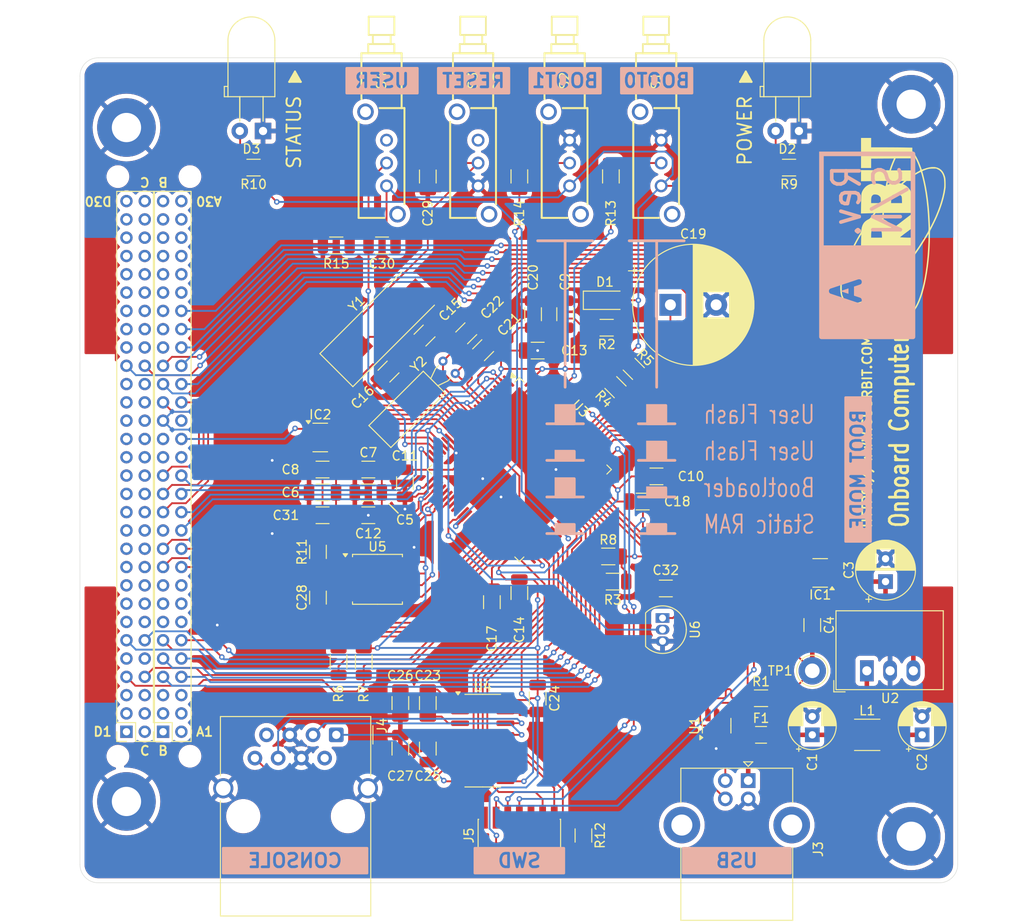
<source format=kicad_pcb>
(kicad_pcb (version 20240108) (generator "pcbnew") (generator_version "8.0")
  (title_block (title "STM32-based Onboard Computer") (date "2024-10-19") (rev "A") (company "GU Orbit") (comment 1 "Designed by David Feng 2785066F") (comment 2 "Consult the OBC Datasheet for more information"))
  (layers (0 "F.Cu" signal) (31 "B.Cu" signal) (34 "B.Paste" user) (35 "F.Paste" user) (36 "B.SilkS" user "B.Silkscreen") (37 "F.SilkS" user "F.Silkscreen") (38 "B.Mask" user) (39 "F.Mask" user) (44 "Edge.Cuts" user))
  (net 0 "")
  (net 1 "GND")
  (net 13 "/PE14")
  (net 17 "/PE13")
  (net 31 "/PE12")
  (net 34 "/PE15")
  (net 63 "Net-(S1-COM)")
  (net 66 "Net-(S2-COM)")
  (net 68 "/TEMP")
  (net 86 "Net-(C1-Pad1)")
  (net 87 "Net-(IC1-IN)")
  (net 88 "+3V3")
  (net 89 "Net-(D1-K)")
  (net 90 "/NRST")
  (net 91 "Net-(D2-A)")
  (net 92 "Net-(D3-A)")
  (net 93 "Net-(J3-VBUS)")
  (net 96 "Net-(J3-D-)")
  (net 97 "Net-(J3-D+)")
  (net 103 "/UART3_TX")
  (net 106 "Net-(J5-Pin_11)")
  (net 107 "/SWO")
  (net 108 "/SWCLK")
  (net 109 "/SWDIO")
  (net 110 "/UART3_RX")
  (net 111 "/USB_DP")
  (net 112 "/SPI1_NSS")
  (net 113 "/PD13")
  (net 115 "/BOOT0")
  (net 117 "/BOOT1")
  (net 126 "/UART3_RTS")
  (net 127 "/I2C3_SDA")
  (net 128 "/UART1_TX")
  (net 129 "/SPI1_MOSI")
  (net 130 "/SPI1_SCK")
  (net 131 "/I2C1_SDA")
  (net 132 "/I2C2_SDA")
  (net 133 "/SPI3_MOSI")
  (net 134 "/I2C2_SCL")
  (net 135 "/SPI3_MISO")
  (net 136 "/UART1_RX")
  (net 137 "/SPI2_MOSI")
  (net 138 "/SPI2_MISO")
  (net 139 "/I2C1_SCL")
  (net 140 "/UART3_CTS")
  (net 141 "/UART2_TX")
  (net 142 "/SPI1_MISO")
  (net 143 "/SPI3_SCK")
  (net 144 "/USB_DM")
  (net 145 "/UART2_RX")
  (net 146 "/I2C3_SCL")
  (net 147 "Net-(U2-IN)")
  (net 148 "Net-(U3-PH0)")
  (net 149 "Net-(U3-PH1)")
  (net 150 "Net-(U3-VCAP_1)")
  (net 151 "Net-(U3-VCAP_2)")
  (net 152 "Net-(C19-Pad1)")
  (net 153 "Net-(U3-PC14)")
  (net 154 "Net-(U3-PC15)")
  (net 155 "Net-(U4-C1-)")
  (net 156 "Net-(U4-C1+)")
  (net 157 "Net-(U4-C2-)")
  (net 158 "Net-(U4-C2+)")
  (net 159 "Net-(U4-VS+)")
  (net 160 "Net-(U4-VS-)")
  (net 161 "Net-(U4-R2IN)")
  (net 162 "Net-(U4-T2OUT)")
  (net 163 "Net-(U4-T1OUT)")
  (net 164 "Net-(U4-R1IN)")
  (net 172 "/SPI2_SCK")
  (net 197 "/3V3_OBC")
  (net 198 "/USER")
  (net 199 "/PC7")
  (net 200 "/PC8")
  (net 201 "/PD15")
  (net 202 "/PC6")
  (net 203 "/PE3")
  (net 211 "/PE4")
  (net 213 "/PC0")
  (net 214 "/PC1")
  (net 215 "/PD1")
  (net 216 "/PD0")
  (net 217 "/PD2")
  (net 218 "/PD3")
  (footprint "MountingHole:MountingHole_2mm" (layer "F.Cu") (at 62.015 62.985)
    (property "Reference" "H6" (hide yes))
    (property "Value" "MountingHole")
  )
  (footprint "Capacitor_SMD:C_1206_3216Metric" (layer "F.Cu") (at 88 62.975 90)
    (property "Reference" "C29")
    (property "Value" "100nF")
  )
  (footprint "Capacitor_SMD:C_1206_3216Metric" (layer "F.Cu") (at 114 108 180)
    (property "Reference" "C32")
    (property "Value" "100nF")
  )
  (footprint "Package_TO_SOT_SMD:TSOT-23-5" (layer "F.Cu") (at 76.25 91.5)
    (property "Reference" "IC2")
    (property "Value" "LTC4411")
  )
  (footprint "Capacitor_SMD:C_1206_3216Metric" (layer "F.Cu") (at 85.5 96.5 90)
    (property "Reference" "C11")
    (property "Value" "100nF")
  )
  (footprint "MountingHole:MountingHole_3.2mm_M3_Pad_TopBottom" (layer "F.Cu") (at 140.805 55.08)
    (property "Reference" "H2" (hide yes))
    (property "Value" "MountingHole_Pad")
  )
  (footprint "Capacitor_SMD:C_1206_3216Metric" (layer "F.Cu") (at 130 112 -90)
    (property "Reference" "C4")
    (property "Value" "4.7uF")
  )
  (footprint "Capacitor_THT:CP_Radial_D5.0mm_P2.00mm" (layer "F.Cu") (at 130 124 90)
    (property "Reference" "C1")
    (property "Value" "10uF")
  )
  (footprint "Capacitor_SMD:C_1206_3216Metric" (layer "F.Cu") (at 112.975 95.75 180)
    (property "Reference" "C10")
    (property "Value" "100nF")
  )
  (footprint "Connector_PinSocket_2.00mm:PinSocket_2x30_P2.00mm_Vertical" (layer "F.Cu") (at 55.08 123.66 180)
    (property "Reference" "J2" (hide yes))
    (property "Value" "Conn_02x30_Row_Letter_First")
  )
  (footprint "Capacitor_SMD:C_1206_3216Metric" (layer "F.Cu") (at 81.5 100)
    (property "Reference" "C12")
    (property "Value" "100nF")
  )
  (footprint "Resistor_SMD:R_1206_3216Metric" (layer "F.Cu") (at 107.5375 79.5 180)
    (property "Reference" "R2")
    (property "Value" "22Ω")
  )
  (footprint "Diode_SMD:D_SOD-123" (layer "F.Cu") (at 107.35 76.5)
    (property "Reference" "D1")
    (property "Value" "1N4448W")
  )
  (footprint "Capacitor_SMD:C_1206_3216Metric" (layer "F.Cu") (at 76.5 97.5 180)
    (property "Reference" "C6")
    (property "Value" "100nF")
  )
  (footprint "Resistor_SMD:R_1206_3216Metric" (layer "F.Cu") (at 76 104 -90)
    (property "Reference" "R11")
    (property "Value" "10K")
  )
  (footprint "Capacitor_SMD:C_1206_3216Metric" (layer "F.Cu") (at 76.5 100)
    (property "Reference" "C31")
    (property "Value" "4.7uF")
  )
  (footprint "Connector_USB:USB_B_Lumberg_2411_02_Horizontal" (layer "F.Cu") (at 123 129 -90)
    (property "Reference" "J3")
    (property "Value" "USB_B")
  )
  (footprint "Resistor_SMD:R_1206_3216Metric" (layer "F.Cu") (at 105 135 -90)
    (property "Reference" "R12")
    (property "Value" "100Ω")
  )
  (footprint "Converter_DCDC:Converter_DCDC_RECOM_R-78E-0.5_THT" (layer "F.Cu") (at 135.96 117)
    (property "Reference" "U2")
    (property "Value" "R-783.3-0.5")
  )
  (footprint "Connector_RJ:RJ45_Wuerth_7499010001A_Horizontal" (layer "F.Cu") (at 78 124 -90)
    (property "Reference" "J4")
    (property "Value" "8P8C_Shielded")
  )
  (footprint "Capacitor_SMD:C_1206_3216Metric" (layer "F.Cu") (at 83.707017 84.292983 45)
    (property "Reference" "C16")
    (property "Value" "20pF")
  )
  (footprint "Capacitor_SMD:C_1206_3216Metric" (layer "F.Cu") (at 94.042983 81.957017 45)
    (property "Reference" "C21")
    (property "Value" "10pF")
  )
  (footprint "Capacitor_SMD:C_1206_3216Metric" (layer "F.Cu") (at 81.5 95)
    (property "Reference" "C7")
    (property "Value" "1uF")
  )
  (footprint "Capacitor_SMD:C_1206_3216Metric" (layer "F.Cu") (at 85 125.5 -90)
    (property "Reference" "C27")
    (property "Value" "100nF")
  )
  (footprint "LED_THT:LED_D5.0mm_Horizontal_O3.81mm_Z3.0mm" (layer "F.Cu") (at 128.54 58 180)
    (property "Reference" "D2")
    (property "Value" "LED GREEN")
  )
  (footprint "Crystal:Crystal_C38-LF_D3.0mm_L8.0mm_Horizontal" (layer "F.Cu") (at 89.656497 83.156497 -45)
    (property "Reference" "Y2")
    (property "Value" "32.768KHz")
  )
  (footprint "Resistor_SMD:R_1206_3216Metric" (layer "F.Cu") (at 81 116 90)
    (property "Reference" "R7")
    (property "Value" "4.7K")
  )
  (footprint "TestPoint:TestPoint_Loop_D2.60mm_Drill1.6mm_Beaded" (layer "F.Cu") (at 130 117)
    (property "Reference" "TP1")
    (property "Value" "TestPoint")
  )
  (footprint "Fuse:Fuse_1206_3216Metric" (layer "F.Cu") (at 124.4 124)
    (property "Reference" "F1")
    (property "Value" "200mA")
  )
  (footprint "LED_THT:LED_D5.0mm_Horizontal_O3.81mm_Z3.0mm" (layer "F.Cu") (at 70 58 180)
    (property "Reference" "D3")
    (property "Value" "LED AMBER")
  )
  (footprint "LC1258EENP:LC1258EENP" (layer "F.Cu") (at 113.4925 64 90)
    (property "Reference" "S1")
    (property "Value" "LC1258EENP" (hide yes))
  )
  (footprint "Capacitor_SMD:C_1206_3216Metric" (layer "F.Cu") (at 81.5 97.5)
    (property "Reference" "C5")
    (property "Value" "100nF")
  )
  (footprint "Connector_PinHeader_1.27mm:PinHeader_2x07_P1.27mm_Vertical_SMD" (layer "F.Cu") (at 98 135 90)
    (property "Reference" "J5")
    (property "Value" "Conn_02x07_Odd_Even")
  )
  (footprint "MountingHole:MountingHole_3.2mm_M3_Pad_TopBottom" (layer "F.Cu") (at 55.08 131.28)
    (property "Reference" "H3" (hide yes))
    (property "Value" "MountingHole_Pad")
  )
  (footprint "MountingHole:MountingHole_3.2mm_M3_Pad_TopBottom" (layer "F.Cu") (at 140.805 135.09)
    (property "Reference" "H4" (hide yes))
    (property "Value" "MountingHole_Pad")
  )
  (footprint "Capacitor_SMD:C_1206_3216Metric" (layer "F.Cu") (at 103 78.025 -90)
    (property "Reference" "C9")
    (property "Value" "100nF")
  )
  (footprint "Resistor_SMD:R_1206_3216Metric" (layer "F.Cu") (at 78 70.5)
    (property "Reference" "R15")
    (property "Value" "10K")
  )
  (footprint "Resistor_SMD:R_1206_3216Metric" (layer "F.Cu") (at 108.2125 107.25)
    (property "Reference" "R3")
    (property "Value" "4.7K")
  )
  (footprint "Crystal:Crystal_SMD_HC49-SD" (layer "F.Cu") (at 82.75 79.4 45)
    (property "Reference" "Y1")
    (property "Value" "25MHz")
  )
  (footprint "Resistor_SMD:R_1206_3216Metric" (layer "F.Cu") (at 108 62.9625 90)
    (property "Reference" "R13")
    (property "Value" "10K")
  )
  (footprint "Capacitor_SMD:C_1206_3216Metric" (layer "F.Cu") (at 100 82 180)
    (property "Reference" "C13")
    (property "Value" "100nF")
  )
  (footprint "Capacitor_SMD:C_1206_3216Metric" (layer "F.Cu") (at 85 120.525 90)
    (property "Reference" "C26")
    (property "Value" "100nF")
  )
  (footprint "LC1258OANP:LC1258OANP" (layer "F.Cu") (at 93.4925 64 90)
    (property "Reference" "S3")
    (property "Value" "LC1258OANP" (hide yes))
  )
  (footprint "Capacitor_THT:CP_Radial_D6.3mm_P2.50mm" (layer "F.Cu") (at 138 107.25 90)
    (property "Reference" "C3")
    (property "Value" "33uF")
  )
  (footprint "Capacitor_SMD:C_1206_3216Metric" (layer "F.Cu") (at 76.5 95 180)
    (property "Reference" "C8")
    (property "Value" "1uF")
  )
  (footprint "Package_QFP:LQFP-100_14x14mm_P0.5mm" (layer "F.Cu") (at 98 95 -45)
    (property "Reference" "U3")
    (property "Value" "STM32F407VETx")
  )
  (footprint "Capacitor_THT:CP_Radial_D13.0mm_P5.00mm" (layer "F.Cu") (at 114.5 77)
    (property "Reference" "C19")
    (property "Value" "0.1F")
  )
  (footprint "Capacitor_SMD:C_1206_3216Metric" (layer "F.Cu") (at 111.475 98.5 180)
    (property "Reference" "C18")
    (property "Value" "2.2uF")
  )
  (footprint "Resistor_SMD:R_1206_3216Metric" (layer "F.Cu") (at 78.25 116 90)
    (property "Reference" "R6")
    (property "Value" "4.7K")
  )
  (footprint "Capacitor_SMD:C_1206_3216Metric" (layer "F.Cu") (at 95 109.5 90)
    (property "Reference" "C17")
    (property "Value" "2.2uF")
  )
  (footprint "Capacitor_SMD:C_1206_3216Metric" (layer "F.Cu") (at 92.19948 80.113514 45)
    (property "Reference" "C22")
    (property "Value" "10pF")
  )
  (footprint "LC1258EENP:LC1258EENP" (layer "F.Cu") (at 103.4925 64 90)
    (property "Reference" "S2")
    (property "Value" "LC1258EENP" (hide yes))
  )
  (footprint "Capacitor_SMD:C_1206_3216Metric" (layer "F.Cu") (at 88 125.5 90)
    (property "Reference" "C25")
    (property "Value" "100nF")
  )
  (footprint "Capacitor_SMD:C_1206_3216Metric" (layer "F.Cu") (at 87.642983 80.357017 -135)
    (property "Reference" "C15")
    (property "Value" "20pF")
  )
  (footprint "Resistor_SMD:R_1206_3216Metric" (layer "F.Cu") (at 98 62.9625 90)
    (property "Reference" "R14")
    (property "Value" "10K")
  )
  (footprint "Resistor_SMD:R_1206_3216Metric" (layer "F.Cu") (at 108.5 86 135)
    (property "Reference" "R4")
    (property "Value" "4.7K")
  )
  (footprint "Capacitor_SMD:C_1206_3216Metric" (layer "F.Cu") (at 99.5 78.025 -90)
    (property "Reference" "C20")
    (property "Value" "100nF")
  )
  (footprint "Capacitor_SMD:C_1206_3216Metric" (layer "F.Cu") (at 88 120.525 90)
    (property "Reference" "C23")
    (property "Value" "100nF")
  )
  (footprint "MountingHole:MountingHole_2mm" (layer "F.Cu") (at 54.145 62.985)
    (property "Reference" "H5" (hide yes))
    (property "Value" "MountingHole")
  )
  (footprint "MountingHole:MountingHole_2mm" (layer "F.Cu") (at 54.145 126.335)
    (property "Reference" "H7" (hide yes))
    (property "Value" "MountingHole")
  )
  (footprint "Package_TO_SOT_SMD:SOT-23-6" (layer "F.Cu") (at 119.55 123 90)
    (property "Reference" "U1")
    (property "Value" "USBLC6-2SC6")
  )
  (footprint "MountingHole:MountingHole_3.2mm_M3_Pad_TopBottom" (layer "F.Cu") (at 55.08 57.62)
    (property "Reference" "H1" (hide yes))
    (property "Value" "MountingHole_Pad")
  )
  (footprint "Connector_PinSocket_2.00mm:PinSocket_2x30_P2.00mm_Vertical" (layer "F.Cu") (at 59.08 123.66 180)
    (property "Reference" "J1" (hide yes))
    (property "Value" "Conn_02x30_Row_Letter_First")
  )
  (footprint "MountingHole:MountingHole_2mm" (layer "F.Cu") (at 62.015 126.335)
    (property "Reference" "H8" (hide yes))
    (property "Value" "MountingHole")
  )
  (footprint "Resistor_SMD:R_1206_3216Metric" (layer "F.Cu") (at 124.4 120)
    (property "Reference" "R1")
    (property "Value" "1.5K")
  )
  (footprint "Capacitor_SMD:C_1206_3216Metric" (layer "F.Cu") (at 100 120.025 -90)
    (property "Reference" "C24")
    (property "Value" "100nF")
  )
  (footprint "Capacitor_SMD:C_1206_3216Metric" (layer "F.Cu") (at 98 108.5 90)
    (property "Reference" "C14")
    (property "Value" "100nF")
  )
  (footprint "graphics:ORBIT_logo" (layer "F.Cu") (at 139 68.5 90)
    (property "Reference" "G***" (hide yes))
    (property "Value" "LOGO" (hide yes))
  )
  (footprint "Capacitor_SMD:C_1206_3216Metric" (layer "F.Cu") (at 83 70.5 180)
    (property "Reference" "C30")
    (property "Value" "100nF")
  )
  (footprint "LC1258OANP:LC1258OANP" (layer "F.Cu") (at 83.4925 64 90)
    (property "Reference" "S4")
    (property "Value" "LC1258OANP" (hide yes))
  )
  (footprint "Capacitor_THT:CP_Radial_D5.0mm_P2.00mm" (layer "F.Cu") (at 142 124 90)
    (property "Reference" "C2")
    (property "Value" "10uF")
  )
  (footprint "Resistor_SMD:R_1206_3216Metric" (layer "F.Cu") (at 68.9625 62 180)
    (property "Reference" "R10")
    (property "Value" "510Ω")
  )
  (footprint "Inductor_SMD:L_1812_4532Metric" (layer "F.Cu") (at 136 124)
    (property "Reference" "L1")
    (property "Value" "100uH")
  )
  (footprint "Package_SO:SOIC-16_3.9x9.9mm_P1.27mm" (layer "F.Cu") (at 94 124.635)
    (property "Reference" "U4")
    (property "Value" "MAX3232")
  )
  (footprint "Package_TO_SOT_SMD:TSOT-23-5" (layer "F.Cu") (at 130.8625 106.3 180)
    (property "Reference" "IC1")
    (property "Value" "LTC4411")
  )
  (footprint "Package_SO:SOIC-8_5.23x5.23mm_P1.27mm" (layer "F.Cu") (at 82.5 107)
    (property "Reference" "U5")
    (property "Value" "W25Q128JVS")
  )
  (footprint "Resistor_SMD:R_1206_3216Metric" (layer "F.Cu") (at 107.7125 104.5)
    (property "Reference" "R8")
    (property "Value" "4.7K")
  )
  (footprint "Package_TO_SOT_THT:TO-92_Inline" (layer "F.Cu") (at 113.64 111.23 -90)
    (property "Reference" "U6")
    (property "Value" "TMP36GT9")
  )
  (footprint "Capacitor_SMD:C_1206_3216Metric" (layer "F.Cu") (at 76 109 -90)
    (property "Reference" "C28")
    (property "Value" "100nF")
  )
  (footprint "Resistor_SMD:R_1206_3216Metric" (layer "F.Cu") (at 110.5 84 135)
    (property "Reference" "R5")
    (property "Value" "4.7K")
  )
  (footprint "Resistor_SMD:R_1206_3216Metric" (layer "F.Cu") (at 127.4625 62 180)
    (property "Reference" "R9")
    (property "Value" "510Ω")
  )
  (gr_rect (start 112 97) (end 114 98) (stroke (width 0.3)) (fill solid) (layer "B.SilkS"))
  (gr_line (start 103 70) (end 103 83.5) (stroke (width 0.3)) (layer "B.SilkS"))
  (gr_rect (start 102 88) (end 104 90) (stroke (width 0.3)) (fill solid) (layer "B.SilkS"))
  (gr_rect (start 112 92) (end 114 94) (stroke (width 0.3)) (fill solid) (layer "B.SilkS"))
  (gr_rect (start 102 93) (end 104 94) (stroke (width 0.3)) (fill solid) (layer "B.SilkS"))
  (gr_line (start 111 102) (end 115 102) (stroke (width 0.3)) (layer "B.SilkS"))
  (gr_line (start 113 70) (end 113 86) (stroke (width 0.3)) (layer "B.SilkS"))
  (gr_line (start 100 70) (end 106 70) (stroke (width 0.3)) (layer "B.SilkS"))
  (gr_rect (start 112 101) (end 114 102) (stroke (width 0.3)) (fill solid) (layer "B.SilkS"))
  (gr_line (start 111 90) (end 115 90) (stroke (width 0.3)) (layer "B.SilkS"))
  (gr_line (start 101 90) (end 105 90) (stroke (width 0.3)) (layer "B.SilkS"))
  (gr_line (start 111 94) (end 115 94) (stroke (width 0.3)) (layer "B.SilkS"))
  (gr_line (start 110 70) (end 116 70) (stroke (width 0.3)) (layer "B.SilkS"))
  (gr_line (start 101 94) (end 105 94) (stroke (width 0.3)) (layer "B.SilkS"))
  (gr_line (start 101 98) (end 105 98) (stroke (width 0.3)) (layer "B.SilkS"))
  (gr_rect (start 131 60.5) (end 141 80.5) (stroke (width 0.5)) (fill none) (layer "B.SilkS"))
  (gr_rect (start 102 101) (end 104 102) (stroke (width 0.3)) (fill solid) (layer "B.SilkS"))
  (gr_rect (start 112 88) (end 114 90) (stroke (width 0.3)) (fill solid) (layer "B.SilkS"))
  (gr_line (start 101 102) (end 105 102) (stroke (width 0.3)) (layer "B.SilkS"))
  (gr_line (start 103 86) (end 103 84.5) (stroke (width 0.3)) (layer "B.SilkS"))
  (gr_line (start 111 98) (end 115 98) (stroke (width 0.3)) (layer "B.SilkS"))
  (gr_rect (start 102 96) (end 104 98) (stroke (width 0.3)) (fill solid) (layer "B.SilkS"))
  (gr_line (start 84.75 99.75) (end 83.75 98.75) (stroke (width 0.15)) (layer "F.SilkS"))
  (gr_arc (start 145.885 138.17) (mid 145.299214 139.584214) (end 143.885 140.17) (stroke (width 0.05)) (layer "Edge.Cuts"))
  (gr_line (start 143.885 140.17) (end 52 140.17) (stroke (width 0.05)) (layer "Edge.Cuts"))
  (gr_line (start 50 138.17) (end 50 52) (stroke (width 0.05)) (layer "Edge.Cuts"))
  (gr_arc (start 143.885 50) (mid 145.299214 50.585786) (end 145.885 52) (stroke (width 0.05)) (layer "Edge.Cuts"))
  (gr_line (start 145.885 52) (end 145.885 138.17) (stroke (width 0.05)) (layer "Edge.Cuts"))
  (gr_arc (start 50 52) (mid 50.585786 50.585786) (end 52 50) (stroke (width 0.05)) (layer "Edge.Cuts"))
  (gr_arc (start 52 140.17) (mid 50.585786 139.584214) (end 50 138.17) (stroke (width 0.05)) (layer "Edge.Cuts"))
  (gr_line (start 52 50) (end 143.885 50) (stroke (width 0.05)) (layer "Edge.Cuts"))
  (gr_text "CONSOLE" (at 73.5 137.75 0) (layer "B.SilkS" knockout) (effects (font (size 1.5 1.5) (thickness 0.3) (bold yes)) (justify mirror)))
  (gr_text "Rev." (at 132 61.5 90) (layer "B.SilkS") (effects (font (size 3 2.5) (thickness 0.4)) (justify left top mirror)))
  (gr_text "Bootloader" (at 118 97 0) (layer "B.SilkS") (effects (font (size 2 1.5) (thickness 0.2)) (justify right mirror)))
  (gr_text "USB" (at 121.75 137.75 0) (layer "B.SilkS" knockout) (effects (font (size 1.5 1.5) (thickness 0.3) (bold yes)) (justify mirror)))
  (gr_text "${REVISION}" (at 132 75.5 90) (layer "B.SilkS" knockout) (effects (font (size 3 3) (thickness 0.6) (bold yes)) (justify top mirror)))
  (gr_text "SWD" (at 98 137.75 0) (layer "B.SilkS" knockout) (effects (font (size 1.5 1.5) (thickness 0.3) (bold yes)) (justify mirror)))
  (gr_text "Static RAM" (at 118 101 0) (layer "B.SilkS") (effects (font (size 2 1.5) (thickness 0.2)) (justify right mirror)))
  (gr_text "BOOT1" (at 103 52.5 0) (layer "B.SilkS" knockout) (effects (font (size 1.5 1.5) (thickness 0.3) (bold yes)) (justify mirror)))
  (gr_text "BOOT0" (at 113 52.5 0) (layer "B.SilkS" knockout) (effects (font (size 1.5 1.5) (thickness 0.3) (bold yes)) (justify mirror)))
  (gr_text "S/N" (at 140 61.5 90) (layer "B.SilkS") (effects (font (size 3 2.5) (thickness 0.4)) (justify left bottom mirror)))
  (gr_text "USER" (at 83 52.5 0) (layer "B.SilkS" knockout) (effects (font (size 1.5 1.5) (thickness 0.3) (bold yes)) (justify mirror)))
  (gr_text "RESET" (at 93 52.5 0) (layer "B.SilkS" knockout) (effects (font (size 1.5 1.5) (thickness 0.3) (bold yes)) (justify mirror)))
  (gr_text "BOOT MODE" (at 135 95 90) (layer "B.SilkS" knockout) (effects (font (size 1.5 1.5) (thickness 0.3) (bold yes)) (justify mirror)))
  (gr_text "User Flash" (at 118 93 0) (layer "B.SilkS") (effects (font (size 2 1.5) (thickness 0.2)) (justify right mirror)))
  (gr_text "User Flash" (at 118 89 0) (layer "B.SilkS") (effects (font (size 2 1.5) (thickness 0.2)) (justify right mirror)))
  (gr_text "A30" (at 62.58 65.66 180) (layer "F.SilkS") (effects (font (size 1 1) (thickness 0.2) (bold yes)) (justify right)))
  (gr_text "D1" (at 53.58 123.66 0) (layer "F.SilkS") (effects (font (size 1 1) (thickness 0.2) (bold yes)) (justify right)))
  (gr_text "D30" (at 53.58 65.66 180) (layer "F.SilkS") (effects (font (size 1 1) (thickness 0.2) (bold yes)) (justify left)))
  (gr_text "C" (at 57.08 125.16 0) (layer "F.SilkS") (effects (font (size 1 1) (thickness 0.2) (bold yes)) (justify top)))
  (gr_text "Onboard Computerᴵᴵ" (at 139.5 101.5 90) (layer "F.SilkS") (effects (font (size 2 1.5) (thickness 0.3) (bold yes)) (justify left)))
  (gr_text "B" (at 59.08 64.16 180) (layer "F.SilkS") (effects (font (size 1 1) (thickness 0.2) (bold yes)) (justify top)))
  (gr_text "C" (at 57.08 64.16 180) (layer "F.SilkS") (effects (font (size 1 1) (thickness 0.2) (bold yes)) (justify top)))
  (gr_text "HTTPS://WWW.GUORBIT.COM/" (at 136 101.5 90) (layer "F.SilkS") (effects (font (size 1 1) (thickness 0.2) (bold yes)) (justify left)))
  (gr_text "B" (at 59.08 125.16 0) (layer "F.SilkS") (effects (font (size 1 1) (thickness 0.2) (bold yes)) (justify top)))
  (gr_text "POWER ▶" (at 123.5 51 90) (layer "F.SilkS") (effects (font (size 1.5 1.5) (thickness 0.2)) (justify right bottom)))
  (gr_text "STATUS ▶" (at 72.5 51 90) (layer "F.SilkS") (effects (font (size 1.5 1.5) (thickness 0.2)) (justify right top)))
  (gr_text "A1" (at 62.58 123.66 0) (layer "F.SilkS") (effects (font (size 1 1) (thickness 0.2) (bold yes)) (justify left)))
  (segment (start 107.316132 96.537957) (end 106.278175 95.5) (width 0.2) (layer "F.Cu") (net 1))
  (segment (start 99.537957 85.683868) (end 98.6 86.621825) (width 0.2) (layer "F.Cu") (net 1))
  (segment (start 89.471825 95.75) (end 90 95.75) (width 0.2) (layer "F.Cu") (net 1))
  (segment (start 88.683868 96.537957) (end 89.471825 95.75) (width 0.2) (layer "F.Cu") (net 1))
  (segment (start 85.5 99.325735) (end 85.5 97.975) (width 0.2) (layer "F.Cu") (net 1))
  (segment (start 87.571825 97.65) (end 88.683868 96.537957) (width 0.2) (layer "F.Cu") (net 1))
  (segment (start 91.10385 93.053597) (end 90.098082 92.047829) (width 0.2) (layer "F.Cu") (net 1))
  (segment (start 87.001471 97.65) (end 87.571825 97.65) (width 0.2) (layer "F.Cu") (net 1))
  (segment (start 91.10385 93.19502) (end 91.10385 93.053597) (width 0.2) (layer "F.Cu") (net 1))
  (segment (start 86.676471 97.975) (end 87.001471 97.65) (width 0.2) (layer "F.Cu") (net 1))
  (segment (start 85.5 97.975) (end 86.676471 97.975) (width 0.2) (layer "F.Cu") (net 1))
  (segment (start 93.633616 88.512295) (end 94.621321 89.5) (width 0.2) (layer "F.Cu") (net 1))
  (via (at 119.5 125.5) (size 0.6) (drill 0.3) (layers "F.Cu" "B.Cu") (net 1))
  (via (at 91.10385 93.19502) (size 0.6) (drill 0.3) (layers "F.Cu" "B.Cu") (net 1))
  (via (at 100 82) (size 0.6) (drill 0.3) (layers "F.Cu" "B.Cu") (net 1))
  (via (at 86.5 103.5) (size 0.6) (drill 0.3) (layers "F.Cu" "B.Cu") (net 1))
  (via (at 102 95) (size 0.6) (drill 0.3) (layers "F.Cu" "B.Cu") (net 1))
  (via (at 96 98) (size 0.6) (drill 0.3) (layers "F.Cu" "B.Cu") (net 1))
  (via (at 81.5 100) (size 0.6) (drill 0.3) (layers "F.Cu" "B.Cu") (net 1))
  (via (at 65 112) (size 0.6) (drill 0.3) (layers "F.Cu" "B.Cu") (net 1))
  (via (at 94 96) (size 0.6) (drill 0.3) (layers "F.Cu" "B.Cu") (net 1))
  (via (at 71 94) (size 0.6) (drill 0.3) (layers "F.Cu" "B.Cu") (net 1))
  (via (at 85.5 99.325735) (size 0.6) (drill 0.3) (layers "F.Cu" "B.Cu") (net 1))
  (via (at 71 102) (size 0.6) (drill 0.3) (layers "F.Cu" "B.Cu") (net 1))
  (segment (start 60.055 90.635) (end 62.115 90.635) (width 0.2) (layer "B.Cu") (net 1))
  (segment (start 59.08 89.66) (end 60.055 90.635) (width 0.2) (layer "B.Cu") (net 1))
  (segment (start 59.08 89.66) (end 60.055 88.685) (width 0.2) (layer "B.Cu") (net 1))
  (segment (start 60.055 88.685) (end 62.185 88.685) (width 0.2) (layer "B.Cu") (net 1))
  (segment (start 87.5 112.75) (end 71.25 112.75) (width 0.2) (layer "F.Cu") (net 13))
  (segment (start 92 108.25) (end 87.5 112.75) (width 0.2) (layer "F.Cu") (net 13))
  (segment (start 71.25 112.75) (end 63.185 104.685) (width 0.2) (layer "F.Cu") (net 13))
  (segment (start 92 105.949747) (end 92 108.25) (width 0.2) (layer "F.Cu") (net 13))
  (segment (start 95.047829 102.901918) (end 92 105.949747) (width 0.2) (layer "F.Cu") (net 13))
  (segment (start 60.055 104.685) (end 59.08 105.66) (width 0.2) (layer "F.Cu") (net 13))
  (segment (start 63.185 104.685) (end 60.055 104.685) (width 0.2) (layer "F.Cu") (net 13))
  (segment (start 87.25 112.25) (end 71.5 112.25) (width 0.2) (layer "F.Cu") (net 17))
  (segment (start 71.5 112.25) (end 62.91 103.66) (width 0.2) (layer "F.Cu") (net 17))
  (segment (start 94.694276 102.548365) (end 91.5 105.742641) (width 0.2) (layer "F.Cu") (net 17))
  (segment (start 91.5 108) (end 87.25 112.25) (width 0.2) (layer "F.Cu") (net 17))
  (segment (start 91.5 105.742641) (end 91.5 108) (width 0.2) (layer "F.Cu") (net 17))
  (segment (start 62.91 103.66) (end 61.08 103.66) (width 0.2) (layer "F.Cu") (net 17))
  (segment (start 94.340722 102.194811) (end 91 105.535533) (width 0.2) (layer "F.Cu") (net 31))
  (segment (start 71.75 111.75) (end 62.685 102.685) (width 0.2) (layer "F.Cu") (net 31))
  (segment (start 60.055 102.685) (end 59.08 103.66) (width 0.2) (layer "F.Cu") (net 31))
  (segment (start 62.685 102.685) (end 60.055 102.685) (width 0.2) (layer "F.Cu") (net 31))
  (segment (start 91 107.75) (end 87 111.75) (width 0.2) (layer "F.Cu") (net 31))
  (segment (start 87 111.75) (end 71.75 111.75) (width 0.2) (layer "F.Cu") (net 31))
  (segment (start 91 105.535533) (end 91 107.75) (width 0.2) (layer "F.Cu") (net 31))
  (segment (start 63.41 105.66) (end 61.08 105.66) (width 0.2) (layer "F.Cu") (net 34))
  (segment (start 71 113.25) (end 63.41 105.66) (width 0.2) (layer "F.Cu") (net 34))
  (segment (start 92.5 108.5) (end 87.75 113.25) (width 0.2) (layer "F.Cu") (net 34))
  (segment (start 92.5 106.156855) (end 92.5 108.5) (width 0.2) (layer "F.Cu") (net 34))
  (segment (start 95.401383 103.255472) (end 92.5 106.156855) (width 0.2) (layer "F.Cu") (net 34))
  (segment (start 87.75 113.25) (end 71 113.25) (width 0.2) (layer "F.Cu") (net 34))
  (segment (start 108 61.5) (end 113.4925 61.5) (width 0.2) (layer "F.Cu") (net 63))
  (segment (start 98 61.5) (end 103.4925 61.5) (width 0.2) (layer "F.Cu") (net 66))
  (segment (start 90.25 101) (end 90.25 102.25) (width 0.2) (layer "F.Cu") (net 68))
  (segment (start 90.75 100.5) (end 90.25 101) (width 0.2) (layer "F.Cu") (net 68))
  (segment (start 91.865849 99.719938) (end 91.085787 100.5) (width 0.2) (layer "F.Cu") (net 68))
  (segment (start 91.085787 100.5) (end 90.75 100.5) (width 0.2) (layer "F.Cu") (net 68))
  (via (at 90.25 102.25) (size 0.6) (drill 0.3) (layers "F.Cu" "B.Cu") (net 68))
  (segment (start 107.622285 112.5) (end 113.64 112.5) (width 0.2) (layer "B.Cu") (net 68))
  (segment (start 95 107) (end 102.122285 107) (width 0.2) (layer "B.Cu") (net 68))
  (segment (start 90.25 102.25) (end 95 107) (width 0.2) (layer "B.Cu") (net 68))
  (segment (start 102.122285 107) (end 107.622285 112.5) (width 0.2) (layer "B.Cu") (net 68))
  (segment (start 130 124) (end 133.8625 124) (width 0.5) (layer "F.Cu") (net 86))
  (segment (start 130 124) (end 125.8 124) (width 0.5) (layer "F.Cu") (net 86))
  (segment (start 132 107.25) (end 138 107.25) (width 0.5) (layer "F.Cu") (net 87))
  (segment (start 141.04 114.04) (end 138 111) (width 0.5) (layer "F.Cu") (net 87))
  (segment (start 138 107.25) (end 138 111) (width 0.5) (layer "F.Cu") (net 87))
  (segment (start 141.04 117) (end 141.04 114.04) (width 0.5) (layer "F.Cu") (net 87))
  (segment (start 85 91.5) (end 82.975 93.525) (width 0.2) (layer "F.Cu") (net 88))
  (segment (start 128 113) (end 128 107.75) (width 0.5) (layer "F.Cu") (net 88))
  (segment (start 76 105.4625) (end 76 107.525) (width 0.2) (layer "F.Cu") (net 88))
  (segment (start 78.55 90.55) (end 78.75 90.75) (width 0.2) (layer "F.Cu") (net 88))
  (segment (start 85 95) (end 82.975 95) (width 0.2) (layer "F.Cu") (net 88))
  (segment (start 95.75 106.25) (end 96.525 107.025) (width 0.2) (layer "F.Cu") (net 88))
  (segment (start 111.5 95.75) (end 110.25 95.75) (width 0.2) (layer "F.Cu") (net 88))
  (segment (start 110.931712 81.5) (end 109.465856 82.965856) (width 0.2) (layer "F.Cu") (net 88))
  (segment (start 99.184404 85.330315) (end 99.184404 85.315596) (width 0.2) (layer "F.Cu") (net 88))
  (segment (start 128.475 113.475) (end 128 113) (width 0.5) (layer "F.Cu") (net 88))
  (segment (start 90.725 95.025) (end 91.75 94) (width 0.2) (layer "F.Cu") (net 88))
  (segment (start 95.46 136.95) (end 95.46 135.04) (width 0.2) (layer "F.Cu") (net 88))
  (segment (start 89.390975 92.754936) (end 89.320265 92.754936) (width 0.2) (layer "F.Cu") (net 88))
  (segment (start 87.75 106.25) (end 87.75 105.75) (width 0.2) (layer "F.Cu") (net 88))
  (segment (start 111.5 100.5) (end 111.5 101.25) (width 0.2) (layer "F.Cu") (net 88))
  (segment (start 76.25 93.5) (end 76.5 93.75) (width 0.2) (layer "F.Cu") (net 88))
  (segment (start 78.75 91.25) (end 78.5 91.5) (width 0.2) (layer "F.Cu") (net 88))
  (segment (start 128 107.75) (end 128.5 107.25) (width 0.5) (layer "F.Cu") (net 88))
  (segment (start 96 84) (end 96 83) (width 0.2) (layer "F.Cu") (net 88))
  (segment (start 100 119.5) (end 100 120) (width 0.2) (layer "F.Cu") (net 88))
  (segment (start 109.175 105.675) (end 109.675 106.175) (width 0.2) (layer "F.Cu") (net 88))
  (segment (start 99.25 120) (end 100 120) (width 0.2) (layer "F.Cu") (net 88))
  (segment (start 110.6 104.5) (end 114.5 104.5) (width 0.2) (layer "F.Cu") (net 88))
  (segment (start 92.277818 87.722182) (end 92.277818 87.863605) (width 0.2) (layer "F.Cu") (net 88))
  (segment (start 99.525 107.025) (end 98 107.025) (width 0.2) (layer "F.Cu") (net 88))
  (segment (start 109.675 106.175) (end 109.675 107.25) (width 0.2) (layer "F.Cu") (net 88))
  (segment (start 88 90.75) (end 88.093145 90.75) (width 0.2) (layer "F.Cu") (net 88))
  (segment (start 76.11 107.635) (end 78.9 107.635) (width 0.2) (layer "F.Cu") (net 88))
  (segment (start 76.5 99.5) (end 77 100) (width 0.2) (layer "F.Cu") (net 88))
  (segment (start 107.669685 96.184404) (end 107.684404 96.184404) (width 0.2) (layer "F.Cu") (net 88))
  (segment (start 127 120) (end 130 117) (width 0.2) (layer "F.Cu") (net 88))
  (segment (start 128.5 107.25) (end 129.725 107.25) (width 0.5) (layer "F.Cu") (net 88))
  (segment (start 77 100) (end 77.975 100) (width 0.2) (layer "F.Cu") (net 88))
  (segment (start 106.5 84) (end 103 84) (width 0.2) (layer "F.Cu") (net 88))
  (segment (start 92.277818 87.863605) (end 93.280062 88.865849) (width 0.2) (layer "F.Cu") (net 88))
  (segment (start 84.475 68.975) (end 83.4925 67.9925) (width 0.2) (layer "F.Cu") (net 88))
  (segment (start 95.46 135.04) (end 95.5 135) (width 0.2) (layer "F.Cu") (net 88))
  (segment (start 97 82) (end 98.525 82) (width 0.2) (layer "F.Cu") (net 88))
  (segment (start 110.25 95.75) (end 108.75 97.25) (width 0.2) (layer "F.Cu") (net 88))
  (segment (start 99.184404 85.315596) (end 100.5 84) (width 0.2) (layer "F.Cu") (net 88))
  (segment (start 107.684404 96.184404) (end 108.75 97.25) (width 0.2) (layer "F.Cu") (net 88))
  (segment (start 82.975 93.525) (end 82.975 95) (width 0.2) (layer "F.Cu") (net 88))
  (segment (start 107.465856 84.965856) (end 106.5 84) (width 0.2) (layer "F.Cu") (net 88))
  (segment (start 77.975 95) (end 77.975 97.5) (width 0.2) (layer "F.Cu") (net 88))
  (segment (start 100 114.5) (end 100 118.55) (width 0.2) (layer "F.Cu") (net 88))
  (segment (start 109.175 104.5) (end 110.6 104.5) (width 0.2) (layer "F.Cu") (net 88))
  (segment (start 83.405 105.095) (end 86.1 105.095) (width 0.2) (layer "F.Cu") (net 88))
  (segment (start 111.5 95.75) (end 111.5 100.5) (width 0.2) (layer "F.Cu") (net 88))
  (segment (start 80.75 90.75) (end 77.975 93.525) (width 0.2) (layer "F.Cu") (net 88))
  (segment (start 99.06 120.19) (end 99.25 120) (width 0.2) (layer "F.Cu") (net 88))
  (segment (start 95.75 106.25) (end 95.75 105.735281) (width 0.2) (layer "F.Cu") (net 88))
  (segment (start 85.025 95.025) (end 85 95) (width 0.2) (layer "F.Cu") (net 88))
  (segment (start 76 107.525) (end 76.11 107.635) (width 0.2) (layer "F.Cu") (net 88))
  (segment (start 128.25 64) (end 128.925 63.325) (width 0.2) (layer "F.Cu") (net 88))
  (segment (start 89.390975 92.754936) (end 88.136039 91.5) (width 0.2) (layer "F.Cu") (net 88))
  (segment (start 91.75 94) (end 91.75 92.992641) (width 0.2) (layer "F.Cu") (net 88))
  (segment (start 77.975 97.5) (end 77.975 100) (width 0.2) (layer "F.Cu") (net 88))
  (segment (start 88.093145 90.75) (end 89.744528 92.401383) (width 0.2) (layer "F.Cu") (net 88))
  (segment (start 114.5 104.5) (end 115.475 105.475) (width 0.2) (layer "F.Cu") (net 88))
  (segment (start 100 118.55) (end 100 119.5) (width 0.2) (layer "F.Cu") (net 88))
  (segment (start 87.25 98.25) (end 87.678933 98.25) (width 0.2) (layer "F.Cu") (net 88))
  (segment (start 88.136039 91.5) (end 85 91.5) (width 0.2) (layer "F.Cu") (net 88))
  (segment (start 78.5 91.5) (end 76.75 91.5) (width 0.2) (layer "F.Cu") (net 88))
  (segment (start 96.475 120.19) (end 99.06 120.19) (width 0.2) (layer "F.Cu") (net 88))
  (segment (start 96 83) (end 97 82) (width 0.2) (layer "F.Cu") (net 88))
  (segment (start 80.865 107.635) (end 83.405 105.095) (width 0.2) (layer "F.Cu") (net 88))
  (segment (start 83.4925 67.9925) (end 83.4925 64) (width 0.2) (layer "F.Cu") (net 88))
  (segment (start 87.75 105.75) (end 87.75 105.25) (width 0.2) (layer "F.Cu") (net 88))
  (segment (start 112.75 102.5) (end 115.5 102.5) (width 0.2) (layer "F.Cu") (net 88))
  (segment (start 85.5 95.025) (end 85.025 95.025) (width 0.2) (layer "F.Cu") (net 88))
  (segment (start 82.975 100) (end 82.975 97.5) (width 0.2) (layer "F.Cu") (net 88))
  (segment (start 100 107.5) (end 99.525 107.025) (width 0.2) (layer "F.Cu") (net 88))
  (segment (start 114.77 111.23) (end 115.475 110.525) (width 0.2) (layer "F.Cu") (net 88))
  (segment (start 81 114.5375) (end 82.4625 114.5375) (width 0.2) (layer "F.Cu") (net 88))
  (segment (start 115.475 108) (end 115.475 105.475) (width 0.2) (layer "F.Cu") (net 88))
  (segment (start 82.975 100) (end 86.25 100) (width 0.2) (layer "F.Cu") (net 88))
  (segment (start 82.4625 114.5375) (end 82.5 114.5) (width 0.2) (layer "F.Cu") (net 88))
  (segment (start 109.465856 82.965856) (end 107.465856 84.965856) (width 0.2) (layer "F.Cu") (net 88))
  (segment (start 111.5 101.25) (end 112.75 102.5) (width 0.2) (layer "F.Cu") (net 88))
  (segment (start 84.475 70.5) (end 84.475 68.975) (width 0.2) (layer "F.Cu") (net 88))
  (segment (start 87.635 106.365) (end 87.75 106.25) (width 0.2) (layer "F.Cu") (net 88))
  (segment (start 130 113.475) (end 128.475 113.475) (width 0.5) (layer "F.Cu") (net 88))
  (segment (start 86.1 106.365) (end 87.635 106.365) (width 0.2) (layer "F.Cu") (net 88))
  (segment (start 100 109.25) (end 100 107.5) (width 0.2) (layer "F.Cu") (net 88))
  (segment (start 95.75 105.735281) (end 96.815596 104.669685) (width 0.2) (layer "F.Cu") (net 88))
  (segment (start 82.975 97.5) (end 82.975 95) (width 0.2) (layer "F.Cu") (net 88))
  (segment (start 103 80) (end 103 84) (width 0.2) (layer "F.Cu") (net 88))
  (segment (start 87 98.5) (end 87.25 98.25) (width 0.2) (layer "F.Cu") (net 88))
  (segment (start 85.5 95.025) (end 90.725 95.025) (width 0.2) (layer "F.Cu") (net 88))
  (segment (start 78.25 114.5375) (end 81 114.5375) (width 0.2) (layer "F.Cu") (net 88))
  (segment (start 115.5 102.5) (end 130 117) (width 0.2) (layer "F.Cu") (net 88))
  (segment (start 86.25 100) (end 87 99.25) (width 0.2) (layer "F.Cu") (net 88))
  (segment (start 113.4925 64) (end 128.25 64) (width 0.2) (layer "F.Cu") (net 88))
  (segment (start 87.595 105.095) (end 87.75 105.25) (width 0.2) (layer "F.Cu") (net 88))
  (segment (start 111 81.5) (end 110.931712 81.5) (width 0.2) (layer "F.Cu") (net 88))
  (segment (start 96.525 107.025) (end 98 107.025) (width 0.2) (layer "F.Cu") (net 88))
  (segment (start 76.25 92) (end 76.25 93.5) (width 0.2) (layer "F.Cu") (net 88))
  (segment (start 111 76.5) (end 109 76.5) (width 0.2) (layer "F.Cu") (net 88))
  (segment (start 76.75 91.5) (end 76.25 92) (width 0.2) (layer "F.Cu") (net 88))
  (segment (start 125.8625 120) (end 127 120) (width 0.2) (layer "F.Cu") (net 88))
  (segment (start 78.9 107.635) (end 80.865 107.635) (width 0.2) (layer "F.Cu") (net 88))
  (segment (start 77.3875 90.55) (end 78.55 90.55) (width 0.2) (layer "F.Cu") (net 88))
  (segment (start 130 113.475) (end 130 117) (width 0.5) (layer "F.Cu") (net 88))
  (segment (start 91.75 92.992641) (end 90.451635 91.694276) (width 0.2) (layer "F.Cu") (net 88))
  (segment (start 87.678933 98.25) (end 89.037422 96.891511) (width 0.2) (layer "F.Cu") (net 88))
  (segment (start 100.5 84) (end 96 84) (width 0.2) (layer "F.Cu") (net 88))
  (segment (start 77.975 93.525) (end 77.975 95) (width 0.2) (layer "F.Cu") (net 88))
  (segment (start 113.64 111.23) (end 114.77 111.23) (width 0.2) (layer "F.Cu") (net 88))
  (segment (start 115.475 110.525) (end 115.475 108) (width 0.2) (layer "F.Cu") (net 88))
  (segment (start 87 99.25) (end 87 98.5) (width 0.2) (layer "F.Cu") (net 88))
  (segment (start 76.5 93.75) (end 76.5 99.5) (width 0.2) (layer "F.Cu") (net 88))
  (segment (start 86.1 105.095) (end 87.595 105.095) (width 0.2) (layer "F.Cu") (net 88))
  (segment (start 109.175 104.5) (end 109.175 105.675) (width 0.2) (layer "F.Cu") (net 88))
  (segment (start 128.925 63.325) (end 128.925 62) (width 0.2) (layer "F.Cu") (net 88))
  (segment (start 88 90.75) (end 80.75 90.75) (width 0.2) (layer "F.Cu") (net 88))
  (segment (start 78.75 90.75) (end 78.75 91.25) (width 0.2) (layer "F.Cu") (net 88))
  (via (at 82.5 114.5) (size 0.6) (drill 0.3) (layers "F.Cu" "B.Cu") (net 88))
  (via (at 108.75 97.25) (size 0.6) (drill 0.3) (layers "F.Cu" "B.Cu") (net 88))
  (via (at 100.5 84) (size 0.6) (drill 0.3) (layers "F.Cu" "B.Cu") (net 88))
  (via (at 96 84) (size 0.6) (drill 0.3) (layers "F.Cu" "B.Cu") (net 88))
  (via (at 110.6 104.5) (size 0.6) (drill 0.3) (layers "F.Cu" "B.Cu") (net 88))
  (via (at 87.25 98.25) (size 0.6) (drill 0.3) (layers "F.Cu" "B.Cu") (net 88))
  (via (at 87.75 105.75) (size 0.6) (drill 0.3) (layers "F.Cu" "B.Cu") (net 88))
  (via (at 100 114.5) (size 0.6) (drill 0.3) (layers "F.Cu" "B.Cu") (net 88))
  (via (at 100 120) (size 0.6) (drill 0.3) (layers "F.Cu" "B.Cu") (net 88))
  (via (at 100 109.25) (size 0.6) (drill 0.3) (layers "F.Cu" "B.Cu") (net 88))
  (via (at 95.75 106.25) (size 0.6) (drill 0.3) (layers "F.Cu" "B.Cu") (net 88))
  (via (at 92.277818 87.722182) (size 0.6) (drill 0.3) (layers "F.Cu" "B.Cu") (net 88))
  (via (at 95.5 135) (size 0.6) (drill 0.3) (layers "F.Cu" "B.Cu") (net 88))
  (via (at 111 76.5) (size 0.6) (drill 0.3) (layers "F.Cu" "B.Cu") (net 88))
  (via (at 88 90.75) (size 0.6) (drill 0.3) (layers "F.Cu" "B.Cu") (net 88))
  (via (at 111.5 100.5) (size 0.6) (drill 0.3) (layers "F.Cu" "B.Cu") (net 88))
  (via (at 103 84) (size 0.6) (drill 0.3) (layers "F.Cu" "B.Cu") (net 88))
  (via (at 111 81.5) (size 0.6) (drill 0.3) (layers "F.Cu" "B.Cu") (net 88))
  (segment (start 91.027818 87.722182) (end 92.277818 87.722182) (width 0.2) (layer "B.Cu") (net 88))
  (segment (start 92.777818 87.722182) (end 92.277818 87.722182) (width 0.2) (layer "B.Cu") (net 88))
  (segment (start 111.5 100.5) (end 110.6 101.4) (width 0.2) (layer "B.Cu") (net 88))
  (segment (start 84.7425 65.25) (end 102.2425 65.25) (width 0.2) (layer "B.Cu") (net 88))
  (segment (start 114 60.25) (end 107.2425 60.25) (width 0.2) (layer "B.Cu") (net 88))
  (segment (start 111 81.5) (end 111 76.5) (width 0.2) (layer "B.Cu") (net 88))
  (segment (start 102.2425 65.25) (end 103.4925 64) (width 0.2) (layer "B.Cu") (net 88))
  (segment (start 100 114.5) (end 82.5 114.5) (width 0.2) (layer "B.Cu") (net 88))
  (segment (start 108.75 97.25) (end 108.75 98.25) (width 0.2) (layer "B.Cu") (net 88))
  (segment (start 87.75 109.25) (end 87.75 105.75) (width 0.2) (layer "B.Cu") (net 88))
  (segment (start 88 90.75) (end 91.027818 87.722182) (width 0.2) (layer "B.Cu") (net 88))
  (segment (start 111 66.4925) (end 113.4925 64) (width 0.2) (layer "B.Cu") (net 88))
  (segment (start 103 84) (end 100.5 84) (width 0.2) (layer "B.Cu") (net 88))
  (segment (start 87.25 98.25) (end 88 97.5) (width 0.2) (layer "B.Cu") (net 88))
  (segment (start 108.75 98.25) (end 100.75 106.25) (width 0.2) (layer "B.Cu") (net 88))
  (segment (start 87.25 99.5) (end 87.25 98.25) (width 0.2) (layer "B.Cu") (net 88))
  (segment (start 88 97.5) (end 88 90.75) (width 0.2) (layer "B.Cu") (net 88))
  (segment (start 114.75 62.7425) (end 114.75 61) (width 0.2) (layer "B.Cu") (net 88))
  (segment (start 113.4925 64) (end 114.75 62.7425) (width 0.2) (layer "B.Cu") (net 88))
  (segment (start 94.75 130.75) (end 94.75 134.25) (width 0.2) (layer "B.Cu") (net 88))
  (segment (start 111 76.5) (end 111 66.4925) (width 0.2) (layer "B.Cu") (net 88))
  (segment (start 83.4925 64) (end 84.7425 65.25) (width 0.2) (layer "B.Cu") (net 88))
  (segment (start 87.75 105.75) (end 87.75 100) (width 0.2) (layer "B.Cu") (net 88))
  (segment (start 100.75 106.25) (end 95.75 106.25) (width 0.2) (layer "B.Cu") (net 88))
  (segment (start 110.6 101.4) (end 110.6 104.5) (width 0.2) (layer "B.Cu") (net 88))
  (segment (start 87.75 100) (end 87.25 99.5) (width 0.2) (layer "B.Cu") (net 88))
  (segment (start 94.75 134.25) (end 95.5 135) (width 0.2) (layer "B.Cu") (net 88))
  (segment (start 95.75 129.75) (end 94.75 130.75) (width 0.2) (layer "B.Cu") (net 88))
  (segment (start 107.2425 60.25) (end 103.4925 64) (width 0.2) (layer "B.Cu") (net 88))
  (segment (start 82.5 114.5) (end 87.75 109.25) (width 0.2) (layer "B.Cu") (net 88))
  (segment (start 98.75 129.75) (end 95.75 129.75) (width 0.2) (layer "B.Cu") (net 88))
  (segment (start 100 109.25) (end 100 114.5) (width 0.2) (layer "B.Cu") (net 88))
  (segment (start 96 84) (end 96 84.5) (width 0.2) (layer "B.Cu") (net 88))
  (segment (start 114.75 61) (end 114 60.25) (width 0.2) (layer "B.Cu") (net 88))
  (segment (start 100 128.5) (end 98.75 129.75) (width 0.2) (layer "B.Cu") (net 88))
  (segment (start 100 120) (end 100 128.5) (width 0.2) (layer "B.Cu") (net 88))
  (segment (start 96 84.5) (end 92.777818 87.722182) (width 0.2) (layer "B.Cu") (net 88))
  (segment (start 106.075 78.15) (end 106.075 79.5) (width 0.2) (layer "F.Cu") (net 89))
  (segment (start 98 79.5) (end 97.25 80.25) (width 0.2) (layer "F.Cu") (net 89))
  (segment (start 97.25 80.25) (end 97.25 81) (width 0.2) (layer "F.Cu") (net 89))
  (segment (start 104 78.5) (end 102 78.5) (width 0.2) (layer "F.Cu") (net 89))
  (segment (start 105 79.5) (end 104 78.5) (width 0.2) (layer "F.Cu") (net 89))
  (segment (start 93.5 84.75) (end 93.5 85.550253) (width 0.2) (layer "F.Cu") (net 89))
  (segment (start 105.7 76.5) (end 105.7 77.775) (width 0.2) (layer "F.Cu") (net 89))
  (segment (start 93.5 85.550253) (end 95.047829 87.098082) (width 0.2) (layer "F.Cu") (net 89))
  (segment (start 99.5 79.5) (end 98 79.5) (width 0.2) (layer "F.Cu") (net 89))
  (segment (start 101 79.5) (end 99.5 79.5) (width 0.2) (layer "F.Cu") (net 89))
  (segment (start 106.075 79.5) (end 105 79.5) (width 0.2) (layer "F.Cu") (net 89))
  (segment (start 105.7 77.775) (end 106.075 78.15) (width 0.2) (layer "F.Cu") (net 89))
  (segment (start 97.25 81) (end 93.5 84.75) (width 0.2) (layer "F.Cu") (net 89))
  (segment (start 102 78.5) (end 101 79.5) (width 0.2) (layer "F.Cu") (net 89))
  (segment (start 92.219402 89.926509) (end 98 95.707107) (width 0.2) (layer "F.Cu") (net 90))
  (segment (start 88 70.9375) (end 76.75 82.1875) (width 0.2) (layer "F.Cu") (net 90))
  (segment (start 83 83.5) (end 84.5 85) (width 0.2) (layer "F.Cu") (net 90))
  (segment (start 81.99712 83.5) (end 83 83.5) (width 0.2) (layer "F.Cu") (net 90))
  (segment (start 80.24712 85.25) (end 81.99712 83.5) (width 0.2) (layer "F.Cu") (net 90))
  (segment (start 95.75 130.25) (end 99.75 130.25) (width 0.2) (layer "F.Cu") (net 90))
  (segment (start 76.75 83.75) (end 78.25 85.25) (width 0.2) (layer "F.Cu") (net 90))
  (segment (start 87.292893 85) (end 92.219402 89.926509) (width 0.2) (layer "F.Cu") (net 90))
  (segment (start 78.25 85.25) (end 80.24712 85.25) (width 0.2) (layer "F.Cu") (net 90))
  (segment (start 100.54 131.04) (end 100.54 133.05) (width 0.2) (layer "F.Cu") (net 90))
  (segment (start 88 66.9925) (end 88 70.9375) (width 0.2) (layer "F.Cu") (net 90))
  (segment (start 100.75 109.5) (end 93 117.25) (width 0.2) (layer "F.Cu") (net 90))
  (segment (start 93.4925 61.5) (end 88 66.9925) (width 0.2) (layer "F.Cu") (net 90))
  (segment (start 98 95.707107) (end 98 104.75) (width 0.2) (layer "F.Cu") (net 90))
  (segment (start 99.75 130.25) (end 100.54 131.04) (width 0.2) (layer "F.Cu") (net 90))
  (segment (start 93 127.5) (end 95.75 130.25) (width 0.2) (layer "F.Cu") (net 90))
  (segment (start 76.75 82.1875) (end 76.75 83.75) (width 0.2) (layer "F.Cu") (net 90))
  (segment (start 98 104.75) (end 100.75 107.5) (width 0.2) (layer "F.Cu") (net 90))
  (segment (start 100.75 107.5) (end 100.75 109.5) (width 0.2) (layer "F.Cu") (net 90))
  (segment (start 93 117.25) (end 93 127.5) (width 0.2) (layer "F.Cu") (net 90))
  (segment (start 84.5 85) (end 87.292893 85) (width 0.2) (layer "F.Cu") (net 90))
  (segment (start 88 61.5) (end 93.4925 61.5) (width 0.2) (layer "F.Cu") (net 90))
  (segment (start 126 62) (end 126 58) (width 0.2) (layer "F.Cu") (net 91))
  (segment (start 67.5 62) (end 67.5 58.04) (width 0.2) (layer "F.Cu") (net 92))
  (segment (start 67.5 58.04) (end 67.46 58) (width 0.2) (layer "F.Cu") (net 92))
  (segment (start 121.75 123.6875) (end 121.75 121) (width 0.2) (layer "F.Cu") (net 93))
  (segment (start 119.55 120.9625) (end 119.55 121.8625) (width 0.2) (layer "F.Cu") (net 93))
  (segment (start 121.25 120.5) (end 120.0125 120.5) (width 0.2) (layer "F.Cu") (net 93))
  (segment (start 121.75 121) (end 121.25 120.5) (width 0.2) (layer "F.Cu") (net 93))
  (segment (start 122.0625 124) (end 123 124) (width 0.2) (layer "F.Cu") (net 93))
  (segment (start 120.0125 120.5) (end 119.55 120.9625) (width 0.2) (layer "F.Cu") (net 93))
  (segment (start 123 129) (end 123 124) (width 0.5) (layer "F.Cu") (net 93))
  (segment (start 122.0625 124) (end 121.75 123.6875) (width 0.2) (layer "F.Cu") (net 93))
  (segment (start 119.686061 126.652534) (end 119.686061 126.772534) (width 0.2) (layer "F.Cu") (net 96))
  (segment (start 121.313939 126.052534) (end 121.313939 126.172534) (width 0.2) (layer "F.Cu") (net 96))
  (segment (start 121.073939 126.412534) (end 120.74 126.412534) (width 0.2) (layer "F.Cu") (net 96))
  (segment (start 120.5 127.372534) (end 120.5 127.556572) (width 0.2) (layer "F.Cu") (net 96))
  (segment (start 120.5 124.1375) (end 120.5 125.572534) (width 0.2) (layer "F.Cu") (net 96))
  (segment (start 120.74 126.412534) (end 119.926061 126.412534) (width 0.2) (layer "F.Cu") (net 96))
  (segment (start 120.5 127.556572) (end 120.5 129) (width 0.2) (layer "F.Cu") (net 96))
  (segment (start 120.5 127.252534) (end 120.5 127.372534) (width 0.2) (layer "F.Cu") (net 96))
  (segment (start 120.74 125.812534) (end 121.073939 125.812534) (width 0.2) (layer "F.Cu") (net 96))
  (segment (start 119.926061 127.012534) (end 120.26 127.012534) (width 0.2) (layer "F.Cu") (net 96))
  (arc (start 121.073939 125.812534) (mid 121.243645 125.882828) (end 121.313939 126.052534) (width 0.2) (layer "F.Cu") (net 96))
  (arc (start 121.313939 126.172534) (mid 121.243645 126.34224) (end 121.073939 126.412534) (width 0.2) (layer "F.Cu") (net 96))
  (arc (start 120.26 127.012534) (mid 120.429706 127.082828) (end 120.5 127.252534) (width 0.2) (layer "F.Cu") (net 96))
  (arc (start 119.686061 126.772534) (mid 119.756355 126.94224) (end 119.926061 127.012534) (width 0.2) (layer "F.Cu") (net 96))
  (arc (start 119.926061 126.412534) (mid 119.756355 126.482828) (end 119.686061 126.652534) (width 0.2) (layer "F.Cu") (net 96))
  (arc (start 120.5 125.572534) (mid 120.570294 125.74224) (end 120.74 125.812534) (width 0.2) (layer "F.Cu") (net 96))
  (segment (start 120.5 131) (end 118.6 129.1) (width 0.2) (layer "F.Cu") (net 97))
  (segment (start 118.6 124.1375) (end 118.6 129.1) (width 0.2) (layer "F.Cu") (net 97))
  (segment (start 101.75 110) (end 101.75 104.406855) (width 0.2) (layer "F.Cu") (net 103))
  (segment (start 95.04 126.54) (end 94 125.5) (width 0.2) (layer "F.Cu") (net 103))
  (segment (start 98.54 126.54) (end 96.475 126.54) (width 0.2) (layer "F.Cu") (net 103))
  (segment (start 101.75 104.406855) (end 100.598617 103.255472) (width 0.2) (layer "F.Cu") (net 103))
  (segment (start 94 125.5) (end 94 117.75) (width 0.2) (layer "F.Cu") (net 103))
  (segment (start 94 117.75) (end 101.75 110) (width 0.2) (layer "F.Cu") (net 103))
  (segment (start 101.81 129.81) (end 98.54 126.54) (width 0.2) (layer "F.Cu") (net 103))
  (segment (start 101.81 133.05) (end 101.81 129.81) (width 0.2) (layer "F.Cu") (net 103))
  (segment (start 96.475 126.54) (end 95.04 126.54) (width 0.2) (layer "F.Cu") (net 103))
  (segment (start 104.5 138.75) (end 101 138.75) (width 0.2) (layer "F.Cu") (net 106))
  (segment (start 101 138.75) (end 100.54 138.29) (width 0.2) (layer "F.Cu") (net 106))
  (segment (start 100.54 138.29) (end 100.54 136.95) (width 0.2) (layer "F.Cu") (net 106))
  (segment (start 105 138.25) (end 104.5 138.75) (width 0.2) (layer "F.Cu") (net 106))
  (segment (start 105 136.4625) (end 105 138.25) (width 0.2) (layer "F.Cu") (net 106))
  (segment (start 104.292893 88) (end 103.073491 89.219402) (width 0.2) (layer "F.Cu") (net 107))
  (segment (start 98 131) (end 98 133.05) (width 0.2) (layer "F.Cu") (net 107))
  (segment (start 105.989949 88.989949) (end 105 88) (width 0.2) (layer "F.Cu") (net 107))
  (segment (start 110.5 123.25) (end 110.5 110) (width 0.2) (layer "F.Cu") (net 107))
  (segment (start 105 88) (end 104.292893 88) (width 0.2) (layer "F.Cu") (net 107))
  (via (at 98 131) (size 0.6) (drill 0.3) (layers "F.Cu" "B.Cu") (net 107))
  (via (at 110.5 123.25) (size 0.6) (drill 0.3) (layers "F.Cu" "B.Cu") (net 107))
  (via (at 105.989949 88.989949) (size 0.6) (drill 0.3) (layers "F.Cu" "B.Cu") (net 107))
  (via (at 110.5 110) (size 0.6) (drill 0.3) (layers "F.Cu" "B.Cu") (net 107))
  (segment (start 110 109.5) (end 110.5 110) (width 0.2) (layer "B.Cu") (net 107))
  (segment (start 110.5 123.25) (end 110.48 123.25) (width 0.2) (layer "B.Cu") (net 107))
  (segment (start 110.48 123.25) (end 102.73 131) (width 0.2) (layer "B.Cu") (net 107))
  (segment (start 102.73 131) (end 98 131) (width 0.2) (layer "B.Cu") (net 107))
  (segment (start 105.989949 88.989949) (end 110 93) (width 0.2) (layer "B.Cu") (net 107))
  (segment (start 110 93) (end 110 109.5) (width 0.2) (layer "B.Cu") (net 107))
  (segment (start 109.5 110) (end 110 110.5) (width 0.2) (layer "F.Cu") (net 108))
  (segment (start 108.74264 92.742641) (end 107.669685 93.815596) (width 0.2) (layer "F.Cu") (net 108))
  (segment (start 108.742641 92.742641) (end 108.74264 92.742641) (width 0.2) (layer "F.Cu") (net 108))
  (segment (start 96.73 131.02) (end 96.73 133.05) (width 0.2) (layer "F.Cu") (net 108))
  (segment (start 110 110.5) (end 110 122.46) (width 0.2) (layer "F.Cu") (net 108))
  (segment (start 110 122.46) (end 109.5 122.96) (width 0.2) (layer "F.Cu") (net 108))
  (segment (start 96.75 131) (end 96.73 131.02) (width 0.2) (layer "F.Cu") (net 108))
  (via (at 108.742641 92.742641) (size 0.6) (drill 0.3) (layers "F.Cu" "B.Cu") (net 108))
  (via (at 109.5 122.96) (size 0.6) (drill 0.3) (layers "F.Cu" "B.Cu") (net 108))
  (via (at 109.5 110) (size 0.6) (drill 0.3) (layers "F.Cu" "B.Cu") (net 108))
  (via (at 96.75 131) (size 0.6) (drill 0.3) (layers "F.Cu" "B.Cu") (net 108))
  (segment (start 109.5 93.5) (end 108.742641 92.742641) (width 0.2) (layer "B.Cu") (net 108))
  (segment (start 109.5 110) (end 109.5 93.5) (width 0.2) (layer "B.Cu") (net 108))
  (segment (start 102.21 130.25) (end 109.5 122.96) (width 0.2) (layer "B.Cu") (net 108))
  (segment (start 96.75 131) (end 97.5 130.25) (width 0.2) (layer "B.Cu") (net 108))
  (segment (start 97.5 130.25) (end 102.21 130.25) (width 0.2) (layer "B.Cu") (net 108))
  (segment (start 112.363961 103) (end 106.609025 97.245064) (width 0.2) (layer "F.Cu") (net 109))
  (segment (start 115.25 103) (end 112.363961 103) (width 0.2) (layer "F.Cu") (net 109))
  (segment (start 123.625 111.375) (end 115.25 103) (width 0.2) (layer "F.Cu") (net 109))
  (segment (start 123.625 116.875) (end 123.625 111.375) (width 0.2) (layer "F.Cu") (net 109))
  (segment (start 123.625 116.875) (end 123.75 116.75) (width 0.2) (layer "F.Cu") (net 109))
  (segment (start 95.46 133.05) (end 95.46 131.04) (width 0.2) (layer "F.Cu") (net 109))
  (segment (start 95.46 131.04) (end 95.5 131) (width 0.2) (layer "F.Cu") (net 109))
  (via (at 95.5 131) (size 0.6) (drill 0.3) (layers "F.Cu" "B.Cu") (net 109))
  (via (at 123.625 116.875) (size 0.6) (drill 0.3) (layers "F.Cu" "B.Cu") (net 109))
  (segment (start 123.625 116.875) (end 108.75 131.75) (width 0.2) (layer "B.Cu") (net 109))
  (segment (start 108.75 131.75) (end 96.25 131.75) (width 0.2) (layer "B.Cu") (net 109))
  (segment (start 96.25 131.75) (end 95.5 131) (width 0.2) (layer "B.Cu") (net 109))
  (segment (start 96.475 125.27) (end 95.02 125.27) (width 0.2) (layer "F.Cu") (net 110))
  (segment (start 95.02 125.27) (end 94.5 124.75) (width 0.2) (layer "F.Cu") (net 110))
  (segment (start 101.81 136.95) (end 101.81 135.44) (width 0.2) (layer "F.Cu") (net 110))
  (segment (start 98.02 125.27) (end 96.475 125.27) (width 0.2) (layer "F.Cu") (net 110))
  (segment (start 94.5 118) (end 102.25 110.25) (width 0.2) (layer "F.Cu") (net 110))
  (segment (start 101.81 135.44) (end 102.75 134.5) (width 0.2) (layer "F.Cu") (net 110))
  (segment (start 94.5 124.75) (end 94.5 118) (width 0.2) (layer "F.Cu") (net 110))
  (segment (start 102.75 134.5) (end 102.75 130) (width 0.2) (layer "F.Cu") (net 110))
  (segment (start 102.25 104.199747) (end 100.952171 102.901918) (width 0.2) (layer "F.Cu") (net 110))
  (segment (start 102.25 110.25) (end 102.25 104.199747) (width 0.2) (layer "F.Cu") (net 110))
  (segment (start 102.75 130) (end 98.02 125.27) (width 0.2) (layer "F.Cu") (net 110))
  (segment (start 118.6 121.8625) (end 118.6 120.9) (width 0.2) (layer "F.Cu") (net 111))
  (segment (start 121.791878 120) (end 122.9375 120) (width 0.2) (layer "F.Cu") (net 111))
  (segment (start 118.6 120.9) (end 119.5 120) (width 0.2) (layer "F.Cu") (net 111))
  (segment (start 121.505701 120) (end 121.791878 120) (width 0.2) (layer "F.Cu") (net 111))
  (segment (start 122.9375 120) (end 122.9375 111.4375) (width 0.2) (layer "F.Cu") (net 111))
  (segment (start 112.156855 103.5) (end 106.255472 97.598617) (width 0.2) (layer "F.Cu") (net 111))
  (segment (start 120.545701 119.76) (end 120.545701 119.24) (width 0.2) (layer "F.Cu") (net 111))
  (segment (start 120.785701 119) (end 120.905701 119) (width 0.2) (layer "F.Cu") (net 111))
  (segment (start 122.9375 111.4375) (end 115 103.5) (width 0.2) (layer "F.Cu") (net 111))
  (segment (start 115 103.5) (end 112.156855 103.5) (width 0.2) (layer "F.Cu") (net 111))
  (segment (start 121.145701 119.24) (end 121.145701 119.76) (width 0.2) (layer "F.Cu") (net 111))
  (segment (start 121.385701 120) (end 121.505701 120) (width 0.2) (layer "F.Cu") (net 111))
  (segment (start 119.5 120) (end 120.305701 120) (width 0.2) (layer "F.Cu") (net 111))
  (arc (start 121.145701 119.76) (mid 121.215995 119.929706) (end 121.385701 120) (width 0.2) (layer "F.Cu") (net 111))
  (arc (start 120.305701 120) (mid 120.475407 119.929706) (end 120.545701 119.76) (width 0.2) (layer "F.Cu") (net 111))
  (arc (start 120.545701 119.24) (mid 120.615995 119.070294) (end 120.785701 119) (width 0.2) (layer "F.Cu") (net 111))
  (arc (start 120.905701 119) (mid 121.075407 119.070294) (end 121.145701 119.24) (width 0.2) (layer "F.Cu") (net 111))
  (segment (start 87.4 99.6) (end 81.905 105.095) (width 0.2) (layer "F.Cu") (net 112))
  (segment (start 77.595 105.095) (end 76 103.5) (width 0.2) (layer "F.Cu") (net 112))
  (segment (start 78.9 105.095) (end 77.595 105.095) (width 0.2) (layer "F.Cu") (net 112))
  (segment (start 87.88751 98.748529) (end 87.751471 98.748529) (width 0.2) (layer "F.Cu") (net 112))
  (segment (start 87.751471 98.748529) (end 87.4 99.1) (width 0.2) (layer "F.Cu") (net 112))
  (segment (start 89.390975 97.245064) (end 87.88751 98.748529) (width 0.2) (layer "F.Cu") (net 112))
  (segment (start 81.905 105.095) (end 78.9 105.095) (width 0.2) (layer "F.Cu") (net 112))
  (segment (start 76 103.5) (end 76 102.5375) (width 0.2) (layer "F.Cu") (net 112))
  (segment (start 87.4 99.1) (end 87.4 99.6) (width 0.2) (layer "F.Cu") (net 112))
  (segment (start 71.5 65.75) (end 70.425 64.675) (width 0.2) (layer "F.Cu") (net 113))
  (segment (start 103.349564 102.551907) (end 103.349564 102.470885) (width 0.2) (layer "F.Cu") (net 113))
  (segment (start 103.349564 102.470885) (end 102.366384 101.487705) (width 0.2) (layer "F.Cu") (net 113))
  (segment (start 70.425 64.675) (end 70.425 62) (width 0.2) (layer "F.Cu") (net 113))
  (via (at 103.349564 102.551907) (size 0.6) (drill 0.3) (layers "F.Cu" "B.Cu") (net 113))
  (via (at 71.5 65.75) (size 0.6) (drill 0.3) (layers "F.Cu" "B.Cu") (net 113))
  (segment (start 98.25 97.371322) (end 98.25 68.75) (width 0.2) (layer "B.Cu") (net 113))
  (segment (start 103.349564 102.551907) (end 103.349564 102.470886) (width 0.2) (layer "B.Cu") (net 113))
  (segment (start 98.25 68.75) (end 95.25 65.75) (width 0.2) (layer "B.Cu") (net 113))
  (segment (start 103.349564 102.470886) (end 98.25 97.371322) (width 0.2) (layer "B.Cu") (net 113))
  (segment (start 95.25 65.75) (end 71.5 65.75) (width 0.2) (layer "B.Cu") (net 113))
  (segment (start 104 84.75) (end 101.305724 87.444276) (width 0.2) (layer "F.Cu") (net 115))
  (segment (start 101.305724 87.444276) (end 101.305724 87.451635) (width 0.2) (layer "F.Cu") (net 115))
  (segment (start 108 64.425) (end 108 69) (width 0.2) (layer "F.Cu") (net 115))
  (via (at 104 84.75) (size 0.6) (drill 0.3) (layers "F.Cu" "B.Cu") (net 115))
  (via (at 108 69) (size 0.6) (drill 0.3) (layers "F.Cu" "B.Cu") (net 115))
  (segment (start 104 73) (end 104 84.75) (width 0.2) (layer "B.Cu") (net 115))
  (segment (start 108 69) (end 104 73) (width 0.2) (layer "B.Cu") (net 115))
  (segment (start 98 64.425) (end 98 68.5) (width 0.2) (layer "F.Cu") (net 117))
  (segment (start 91.049265 101.200735) (end 91.092158 101.200735) (width 0.2) (layer "F.Cu") (net 117))
  (segment (start 91.092158 101.200735) (end 92.219402 100.073491) (width 0.2) (layer "F.Cu") (net 117))
  (segment (start 98 68.5) (end 97.5 69) (width 0.2) (layer "F.Cu") (net 117))
  (via (at 97.5 69) (size 0.6) (drill 0.3) (layers "F.Cu" "B.Cu") (net 117))
  (via (at 91.049265 101.200735) (size 0.6) (drill 0.3) (layers "F.Cu" "B.Cu") (net 117))
  (segment (start 91.049265 101.200735) (end 91.049265 100.950735) (width 0.2) (layer "B.Cu") (net 117))
  (segment (start 97.5 69.5) (end 97.5 69) (width 0.2) (layer "B.Cu") (net 117))
  (segment (start 97.75 94.25) (end 97.75 69.75) (width 0.2) (layer "B.Cu") (net 117))
  (segment (start 91.049265 100.950735) (end 97.75 94.25) (width 0.2) (layer "B.Cu") (net 117))
  (segment (start 97.75 69.75) (end 97.5 69.5) (width 0.2) (layer "B.Cu") (net 117))
  (segment (start 94.81 127.81) (end 93.5 126.5) (width 0.2) (layer "F.Cu") (net 126))
  (segment (start 101.25 109.75) (end 101.25 105.321067) (width 0.2) (layer "F.Cu") (net 126))
  (segment (start 93.5 126.5) (end 93.5 117.5) (width 0.2) (layer "F.Cu") (net 126))
  (segment (start 96.475 127.81) (end 94.81 127.81) (width 0.2) (layer "F.Cu") (net 126))
  (segment (start 93.5 117.5) (end 101.25 109.75) (width 0.2) (layer "F.Cu") (net 126))
  (segment (start 101.25 105.321067) (end 99.891511 103.962578) (width 0.2) (layer "F.Cu") (net 126))
  (segment (start 104 116.5) (end 105.25 115.25) (width 0.2) (layer "F.Cu") (net 127))
  (segment (start 105.25 115.25) (end 105.25 106.75) (width 0.2) (layer "F.Cu") (net 127))
  (segment (start 104.487705 99.366384) (end 106.25 101.128679) (width 0.2) (layer "F.Cu") (net 127))
  (segment (start 106.25 101.128679) (end 106.25 104.5) (width 0.2) (layer "F.Cu") (net 127))
  (segment (start 106.25 105.75) (end 106.25 104.5) (width 0.2) (layer "F.Cu") (net 127))
  (segment (start 105.25 106.75) (end 106.25 105.75) (width 0.2) (layer "F.Cu") (net 127))
  (via (at 104 116.5) (size 0.6) (drill 0.3) (layers "F.Cu" "B.Cu") (net 127))
  (segment (start 63.16 115.66) (end 61.08 115.66) (width 0.2) (layer "B.Cu") (net 127))
  (segment (start 102.25 117.25) (end 103.25 117.25) (width 0.2) (layer "B.Cu") (net 127))
  (segment (start 103.25 117.25) (end 104 116.5) (width 0.2) (layer "B.Cu") (net 127))
  (segment (start 64.75 117.25) (end 63.16 115.66) (width 0.2) (layer "B.Cu") (net 127))
  (segment (start 102.25 117.25) (end 64.75 117.25) (width 0.2) (layer "B.Cu") (net 127))
  (segment (start 105.5 117.5) (end 106.25 116.75) (width 0.2) (layer "F.Cu") (net 128))
  (segment (start 107.75 103.5) (end 107.25 103) (width 0.2) (layer "F.Cu") (net 128))
  (segment (start 107.25 100.714467) (end 105.194811 98.659278) (width 0.2) (layer "F.Cu") (net 128))
  (segment (start 106.25 116.75) (end 106.25 109.75) (width 0.2) (layer "F.Cu") (net 128))
  (segment (start 107.75 108.25) (end 107.75 103.5) (width 0.2) (layer "F.Cu") (net 128))
  (segment (start 106.25 109.75) (end 107.75 108.25) (width 0.2) (layer "F.Cu") (net 128))
  (segment (start 107.25 103) (end 107.25 100.714467) (width 0.2) (layer "F.Cu") (net 128))
  (via (at 105.5 117.5) (size 0.6) (drill 0.3) (layers "F.Cu" "B.Cu") (net 128))
  (segment (start 64.25 118.25) (end 63.66 117.66) (width 0.2) (layer "B.Cu") (net 128))
  (segment (start 103.25 118.25) (end 104.75 118.25) (width 0.2) (layer "B.Cu") (net 128))
  (segment (start 104.75 118.25) (end 105.5 117.5) (width 0.2) (layer "B.Cu") (net 128))
  (segment (start 63.66 117.66) (end 61.08 117.66) (width 0.2) (layer "B.Cu") (net 128))
  (segment (start 103.25 118.25) (end 64.25 118.25) (width 0.2) (layer "B.Cu") (net 128))
  (segment (start 87.345 108.905) (end 89.25 107) (width 0.2) (layer "F.Cu") (net 129))
  (segment (start 89.25 99.507359) (end 90.451635 98.305724) (width 0.2) (layer "F.Cu") (net 129))
  (segment (start 86.1 108.905) (end 87.345 108.905) (width 0.2) (layer "F.Cu") (net 129))
  (segment (start 89.25 107) (end 89.25 99.507359) (width 0.2) (layer "F.Cu") (net 129))
  (segment (start 87.364999 107.635) (end 86.1 107.635) (width 0.2) (layer "F.Cu") (net 130))
  (segment (start 88 99.348529) (end 88 99.343145) (width 0.2) (layer "F.Cu") (net 130))
  (segment (start 88 99.343145) (end 89.744528 97.598617) (width 0.2) (layer "F.Cu") (net 130))
  (segment (start 89.744528 97.60723) (end 89.744528 97.598617) (width 0.2) (layer "F.Cu") (net 130))
  (segment (start 88.5 106.499999) (end 87.364999 107.635) (width 0.2) (layer "F.Cu") (net 130))
  (via (at 88 99.348529) (size 0.6) (drill 0.3) (layers "F.Cu" "B.Cu") (net 130))
  (via (at 88.5 106.499999) (size 0.6) (drill 0.3) (layers "F.Cu" "B.Cu") (net 130))
  (segment (start 88.5 99.848529) (end 88 99.348529) (width 0.2) (layer "B.Cu") (net 130))
  (segment (start 88.5 106.499999) (end 88.5 99.848529) (width 0.2) (layer "B.Cu") (net 130))
  (segment (start 98 74) (end 115.282843 74) (width 0.2) (layer "F.Cu") (net 131))
  (segment (start 92.5 75.75) (end 96.25 75.75) (width 0.2) (layer "F.Cu") (net 131))
  (segment (start 116.75 84) (end 112.5 88.25) (width 0.2) (layer "F.Cu") (net 131))
  (segment (start 116.75 75.467157) (end 116.75 84) (width 0.2) (layer "F.Cu") (net 131))
  (segment (start 110.75 88.25) (end 109.534144 87.034144) (width 0.2) (layer "F.Cu") (net 131))
  (segment (start 108 88) (end 107 87) (width 0.2) (layer "F.Cu") (net 131))
  (segment (start 115.282843 74) (end 116.75 75.467157) (width 0.2) (layer "F.Cu") (net 131))
  (segment (start 109.534144 87.034144) (end 108.568288 88) (width 0.2) (layer "F.Cu") (net 131))
  (segment (start 112.5 88.25) (end 110.75 88.25) (width 0.2) (layer "F.Cu") (net 131))
  (segment (start 96.25 75.75) (end 98 74) (width 0.2) (layer "F.Cu") (net 131))
  (segment (start 108.568288 88) (end 108 88) (width 0.2) (layer "F.Cu") (net 131))
  (segment (start 107 87) (end 103.171573 87) (width 0.2) (layer "F.Cu") (net 131))
  (segment (start 103.171573 87) (end 102.012831 88.158742) (width 0.2) (layer "F.Cu") (net 131))
  (via (at 92.5 75.75) (size 0.6) (drill 0.3) (layers "F.Cu" "B.Cu") (net 131))
  (segment (start 74.5 74) (end 62.84 85.66) (width 0.2) (layer "B.Cu") (net 131))
  (segment (start 92.5 75.75) (end 92 75.75) (width 0.2) (layer "B.Cu") (net 131))
  (segment (start 62.84 85.66) (end 61.08 85.66) (width 0.2) (layer "B.Cu") (net 131))
  (segment (start 90.25 74) (end 74.5 74) (width 0.2) (layer "B.Cu") (net 131))
  (segment (start 92 75.75) (end 90.25 74) (width 0.2) (layer "B.Cu") (net 131))
  (segment (start 56.055 118.635) (end 55.08 117.66) (width 0.2) (layer "F.Cu") (net 132))
  (segment (start 81.25 116.25) (end 86.25 116.25) (width 0.2) (layer "F.Cu") (net 132))
  (segment (start 81 116.5) (end 81.25 116.25) (width 0.2) (layer "F.Cu") (net 132))
  (segment (start 81 118.5) (end 81 117.4625) (width 0.2) (layer "F.Cu") (net 132))
  (segment (start 63.5 118) (end 62.865 118.635) (width 0.2) (layer "F.Cu") (net 132))
  (segment (start 81 117.4625) (end 81 116.5) (width 0.2) (layer "F.Cu") (net 132))
  (segment (start 93.535534 108.964466) (end 93.535534 106.535534) (width 0.2) (layer "F.Cu") (net 132))
  (segment (start 86.25 116.25) (end 93.535534 108.964466) (width 0.2) (layer "F.Cu") (net 132))
  (segment (start 80.25 119.25) (end 81 118.5) (width 0.2) (layer "F.Cu") (net 132))
  (segment (start 76.5 118) (end 77.75 119.25) (width 0.2) (layer "F.Cu") (net 132))
  (segment (start 93.535534 106.535534) (end 96.108489 103.962578) (width 0.2) (layer "F.Cu") (net 132))
  (segment (start 63.5 118) (end 76.5 118) (width 0.2) (layer "F.Cu") (net 132))
  (segment (start 62.865 118.635) (end 56.055 118.635) (width 0.2) (layer "F.Cu") (net 132))
  (segment (start 77.75 119.25) (end 80.25 119.25) (width 0.2) (layer "F.Cu") (net 132))
  (segment (start 118 71.5) (end 122.25 75.75) (width 0.2) (layer "F.Cu") (net 133))
  (segment (start 95 72) (end 96.239276 72) (width 0.2) (layer "F.Cu") (net 133))
  (segment (start 113.75 90.75) (end 107.906855 90.75) (width 0.2) (layer "F.Cu") (net 133))
  (segment (start 122.25 75.75) (end 122.25 82.25) (width 0.2) (layer "F.Cu") (net 133))
  (segment (start 106.255472 92.401383) (end 106.326182 92.401383) (width 0.2) (layer "F.Cu") (net 133))
  (segment (start 122.25 82.25) (end 113.75 90.75) (width 0.2) (layer "F.Cu") (net 133))
  (segment (start 107.906855 90.75) (end 106.255472 92.401383) (width 0.2) (layer "F.Cu") (net 133))
  (segment (start 96.739276 71.5) (end 118 71.5) (width 0.2) (layer "F.Cu") (net 133))
  (segment (start 96.239276 72) (end 96.739276 71.5) (width 0.2) (layer "F.Cu") (net 133))
  (segment (start 106.326182 92.401383) (end 106.613783 92.113782) (width 0.2) (layer "F.Cu") (net 133))
  (via (at 95 72) (size 0.6) (drill 0.3) (layers "F.Cu" "B.Cu") (net 133))
  (segment (start 62.34 81.66) (end 61.08 81.66) (width 0.2) (layer "B.Cu") (net 133))
  (segment (start 92 72) (end 91.5 71.5) (width 0.2) (layer "B.Cu") (net 133))
  (segment (start 95 72) (end 92 72) (width 0.2) (layer "B.Cu") (net 133))
  (segment (start 91.5 71.5) (end 72.5 71.5) (width 0.2) (layer "B.Cu") (net 133))
  (segment (start 72.5 71.5) (end 62.34 81.66) (width 0.2) (layer "B.Cu") (net 133))
  (segment (start 62.685 116.685) (end 58.055 116.685) (width 0.2) (layer "F.Cu") (net 134))
  (segment (start 79 115.75) (end 86 115.75) (width 0.2) (layer "F.Cu") (net 134))
  (segment (start 78.25 117.4625) (end 63.4625 117.4625) (width 0.2) (layer "F.Cu") (net 134))
  (segment (start 78.25 116.5) (end 79 115.75) (width 0.2) (layer "F.Cu") (net 134))
  (segment (start 93 108.75) (end 93 106.363961) (width 0.2) (layer "F.Cu") (net 134))
  (segment (start 93 106.363961) (end 95.754936 103.609025) (width 0.2) (layer "F.Cu") (net 134))
  (segment (start 86 115.75) (end 93 108.75) (width 0.2) (layer "F.Cu") (net 134))
  (segment (start 78.25 117.4625) (end 78.25 116.5) (width 0.2) (layer "F.Cu") (net 134))
  (segment (start 58.055 116.685) (end 57.08 117.66) (width 0.2) (layer "F.Cu") (net 134))
  (segment (start 63.4625 117.4625) (end 62.685 116.685) (width 0.2) (layer "F.Cu") (net 134))
  (segment (start 122.75 82.5) (end 114 91.25) (width 0.2) (layer "F.Cu") (net 135))
  (segment (start 108.113961 91.25) (end 106.609025 92.754936) (width 0.2) (layer "F.Cu") (net 135))
  (segment (start 96.274633 71.25) (end 96.524633 71) (width 0.2) (layer "F.Cu") (net 135))
  (segment (start 95.5 71.25) (end 96.274633 71.25) (width 0.2) (layer "F.Cu") (net 135))
  (segment (start 122.75 75.5) (end 122.75 82.5) (width 0.2) (layer "F.Cu") (net 135))
  (segment (start 96.524633 71) (end 118.25 71) (width 0.2) (layer "F.Cu") (net 135))
  (segment (start 118.25 71) (end 122.75 75.5) (width 0.2) (layer "F.Cu") (net 135))
  (segment (start 114 91.25) (end 108.113961 91.25) (width 0.2) (layer "F.Cu") (net 135))
  (via (at 95.5 71.25) (size 0.6) (drill 0.3) (layers "F.Cu" "B.Cu") (net 135))
  (segment (start 72.25 71) (end 63.59 79.66) (width 0.2) (layer "B.Cu") (net 135))
  (segment (start 63.59 79.66) (end 61.08 79.66) (width 0.2) (layer "B.Cu") (net 135))
  (segment (start 95.5 71.25) (end 92 71.25) (width 0.2) (layer "B.Cu") (net 135))
  (segment (start 91.75 71) (end 72.25 71) (width 0.2) (layer "B.Cu") (net 135))
  (segment (start 92 71.25) (end 91.75 71) (width 0.2) (layer "B.Cu") (net 135))
  (segment (start 108.25 108.5) (end 108.25 103.25) (width 0.2) (layer "F.Cu") (net 136))
  (segment (start 106.75 117.5) (end 106.75 110) (width 0.2) (layer "F.Cu") (net 136))
  (segment (start 107.75 100.507359) (end 105.548365 98.305724) (width 0.2) (layer "F.Cu") (net 136))
  (segment (start 108.25 103.25) (end 107.75 102.75) (width 0.2) (layer "F.Cu") (net 136))
  (segment (start 106.25 118) (end 106.75 117.5) (width 0.2) (layer "F.Cu") (net 136))
  (segment (start 106.75 110) (end 108.25 108.5) (width 0.2) (layer "F.Cu") (net 136))
  (segment (start 107.75 102.75) (end 107.75 100.507359) (width 0.2) (layer "F.Cu") (net 136))
  (via (at 106.25 118) (size 0.6) (drill 0.3) (layers "F.Cu" "B.Cu") (net 136))
  (segment (start 60.055 118.635) (end 59.08 117.66) (width 0.2) (layer "B.Cu") (net 136))
  (segment (start 105.5 118.75) (end 106.25 118) (width 0.2) (layer "B.Cu") (net 136))
  (segment (start 104 118.75) (end 63.865 118.75) (width 0.2) (layer "B.Cu") (net 136))
  (segment (start 104 118.75) (end 105.5 118.75) (width 0.2) (layer "B.Cu") (net 136))
  (segment (start 63.865 118.75) (end 63.75 118.635) (width 0.2) (layer "B.Cu") (net 136))
  (segment (start 63.75 118.635) (end 60.055 118.635) (width 0.2) (layer "B.Cu") (net 136))
  (segment (start 64.75 88.75) (end 78.25 88.75) (width 0.2) (layer "F.Cu") (net 137))
  (segment (start 62.815 96.685) (end 63.5 96) (width 0.2) (layer "F.Cu") (net 137))
  (segment (start 59.08 97.66) (end 60.055 96.685) (width 0.2) (layer "F.Cu") (net 137))
  (segment (start 79 89.5) (end 88.964467 89.5) (width 0.2) (layer "F.Cu") (net 137))
  (segment (start 63.5 96) (end 63.5 90) (width 0.2) (layer "F.Cu") (net 137))
  (segment (start 60.055 96.685) (end 62.815 96.685) (width 0.2) (layer "F.Cu") (net 137))
  (segment (start 78.25 88.75) (end 79 89.5) (width 0.2) (layer "F.Cu") (net 137))
  (segment (start 88.964467 89.5) (end 90.805189 91.340722) (width 0.2) (layer "F.Cu") (net 137))
  (segment (start 63.5 90) (end 64.75 88.75) (width 0.2) (layer "F.Cu") (net 137))
  (segment (start 63 89.75) (end 64.5 88.25) (width 0.2) (layer "F.Cu") (net 138))
  (segment (start 79.25 89) (end 89.171573 89) (width 0.2) (layer "F.Cu") (net 138))
  (segment (start 89.171573 89) (end 91.158742 90.987169) (width 0.2) (layer "F.Cu") (net 138))
  (segment (start 63 94) (end 63 89.75) (width 0.2) (layer "F.Cu") (net 138))
  (segment (start 60.055 94.685) (end 62.315 94.685) (width 0.2) (layer "F.Cu") (net 138))
  (segment (start 62.315 94.685) (end 63 94) (width 0.2) (layer "F.Cu") (net 138))
  (segment (start 64.5 88.25) (end 78.5 88.25) (width 0.2) (layer "F.Cu") (net 138))
  (segment (start 59.08 95.66) (end 60.055 94.685) (width 0.2) (layer "F.Cu") (net 138))
  (segment (start 78.5 88.25) (end 79.25 89) (width 0.2) (layer "F.Cu") (net 138))
  (segment (start 101.659278 87.805189) (end 102.964467 86.5) (width 0.2) (layer "F.Cu") (net 139))
  (segment (start 96.25 76.5) (end 98.25 74.5) (width 0.2) (layer "F.Cu") (net 139))
  (segment (start 114 86) (end 112.5 86) (width 0.2) (layer "F.Cu") (net 139))
  (segment (start 108 86.5) (end 110 84.5) (width 0.2) (layer "F.Cu") (net 139))
  (segment (start 102.964467 86.5) (end 108 86.5) (width 0.2) (layer "F.Cu") (net 139))
  (segment (start 116.25 83.75) (end 114 86) (width 0.2) (layer "F.Cu") (net 139))
  (segment (start 115 74.5) (end 116.25 75.75) (width 0.2) (layer "F.Cu") (net 139))
  (segment (start 110 84.5) (end 111 84.5) (width 0.2) (layer "F.Cu") (net 139))
  (segment (start 98.25 74.5) (end 115 74.5) (width 0.2) (layer "F.Cu") (net 139))
  (segment (start 92 76.5) (end 96.25 76.5) (width 0.2) (layer "F.Cu") (net 139))
  (segment (start 116.25 75.75) (end 116.25 83.75) (width 0.2) (layer "F.Cu") (net 139))
  (segment (start 112.5 86) (end 111.534144 85.034144) (width 0.2) (layer "F.Cu") (net 139))
  (segment (start 111 84.5) (end 111.534144 85.034144) (width 0.2) (layer "F.Cu") (net 139))
  (via (at 92 76.5) (size 0.6) (drill 0.3) (layers "F.Cu" "B.Cu") (net 139))
  (segment (start 62.565 86.685) (end 60.105 86.685) (width 0.2) (layer "B.Cu") (net 139))
  (segment (start 74.75 74.5) (end 62.565 86.685) (width 0.2) (layer "B.Cu") (net 139))
  (segment (start 92 76.5) (end 90 74.5) (width 0.2) (layer "B.Cu") (net 139))
  (segment (start 60.105 86.685) (end 59.08 85.66) (width 0.2) (layer "B.Cu") (net 139))
  (segment (start 90 74.5) (end 74.75 74.5) (width 0.2) (layer "B.Cu") (net 139))
  (segment (start 98.25 119.5) (end 98.25 115) (width 0.2) (layer "F.Cu") (net 140))
  (segment (start 102.75 103.285533) (end 101.659278 102.194811) (width 0.2) (layer "F.Cu") (net 140))
  (segment (start 98.25 115) (end 102.75 110.5) (width 0.2) (layer "F.Cu") (net 140))
  (segment (start 102.75 110.5) (end 102.75 103.285533) (width 0.2) (layer "F.Cu") (net 140))
  (segment (start 98.5 129.08) (end 96.475 129.08) (width 0.2) (layer "F.Cu") (net 140))
  (via (at 98.25 119.5) (size 0.6) (drill 0.3) (layers "F.Cu" "B.Cu") (net 140))
  (via (at 98.5 129.08) (size 0.6) (drill 0.3) (layers "F.Cu" "B.Cu") (net 140))
  (segment (start 98.25 119.5) (end 99.5 120.75) (width 0.2) (layer "B.Cu") (net 140))
  (segment (start 99.5 128.08) (end 98.5 129.08) (width 0.2) (layer "B.Cu") (net 140))
  (segment (start 99.5 120.75) (end 99.5 128.08) (width 0.2) (layer "B.Cu") (net 140))
  (segment (start 87.286657 92.768329) (end 87.286657 92.771938) (width 0.2) (layer "F.Cu") (net 141))
  (segment (start 87.286657 92.771938) (end 88.330315 93.815596) (width 0.2) (layer "F.Cu") (net 141))
  (via (at 87.286657 92.768329) (size 0.6) (drill 0.3) (layers "F.Cu" "B.Cu") (net 141))
  (segment (start 62.34 99.66) (end 64.25 97.75) (width 0.2) (layer "B.Cu") (net 141))
  (segment (start 87.286657 95.713343) (end 87.286657 92.768329) (width 0.2) (layer "B.Cu") (net 141))
  (segment (start 85.25 97.75) (end 87.286657 95.713343) (width 0.2) (layer "B.Cu") (net 141))
  (segment (start 64.25 97.75) (end 85.25 97.75) (width 0.2) (layer "B.Cu") (net 141))
  (segment (start 61.08 99.66) (end 62.34 99.66) (width 0.2) (layer "B.Cu") (net 141))
  (segment (start 88.25 100) (end 87.75 100) (width 0.2) (layer "F.Cu") (net 142))
  (segment (start 88.75 99.5) (end 88.25 100) (width 0.2) (layer "F.Cu") (net 142))
  (segment (start 81.385 106.365) (end 78.9 106.365) (width 0.2) (layer "F.Cu") (net 142))
  (segment (start 87.75 100) (end 81.385 106.365) (width 0.2) (layer "F.Cu") (net 142))
  (segment (start 88.75 99.300253) (end 88.75 99.5) (width 0.2) (layer "F.Cu") (net 142))
  (segment (start 90.098082 97.952171) (end 88.75 99.300253) (width 0.2) (layer "F.Cu") (net 142))
  (segment (start 123.25 75.25) (end 123.25 82.75) (width 0.2) (layer "F.Cu") (net 143))
  (segment (start 118.5 70.5) (end 123.25 75.25) (width 0.2) (layer "F.Cu") (net 143))
  (segment (start 123.25 82.75) (end 114.25 91.75) (width 0.2) (layer "F.Cu") (net 143))
  (segment (start 114.25 91.75) (end 108.321067 91.75) (width 0.2) (layer "F.Cu") (net 143))
  (segment (start 108.321067 91.75) (end 106.962578 93.108489) (width 0.2) (layer "F.Cu") (net 143))
  (segment (start 96 70.5) (end 118.5 70.5) (width 0.2) (layer "F.Cu") (net 143))
  (via (at 96 70.5) (size 0.6) (drill 0.3) (layers "F.Cu" "B.Cu") (net 143))
  (segment (start 96 70.5) (end 72 70.5) (width 0.2) (layer "B.Cu") (net 143))
  (segment (start 64.84 77.66) (end 61.08 77.66) (width 0.2) (layer "B.Cu") (net 143))
  (segment (start 72 70.5) (end 64.84 77.66) (width 0.2) (layer "B.Cu") (net 143))
  (segment (start 111.949747 104) (end 114.75 104) (width 0.2) (layer "F.Cu") (net 144))
  (segment (start 118 123) (end 120.31875 123) (width 0.2) (layer "F.Cu") (net 144))
  (segment (start 120.5 122.81875) (end 120.5 121.8625) (width 0.2) (layer "F.Cu") (net 144))
  (segment (start 122.5 111.75) (end 122.5 116.25) (width 0.2) (layer "F.Cu") (net 144))
  (segment (start 105.901918 97.952171) (end 111.949747 104) (width 0.2) (layer "F.Cu") (net 144))
  (segment (start 122.5 116.25) (end 117.75 121) (width 0.2) (layer "F.Cu") (net 144))
  (segment (start 114.75 104) (end 122.5 111.75) (width 0.2) (layer "F.Cu") (net 144))
  (segment (start 120.5 122.2625) (end 120.5 121.3625) (width 0.2) (layer "F.Cu") (net 144))
  (segment (start 117.75 121) (end 117.75 122.75) (width 0.2) (layer "F.Cu") (net 144))
  (segment (start 120.31875 123) (end 120.5 122.81875) (width 0.2) (layer "F.Cu") (net 144))
  (segment (start 117.75 122.75) (end 118 123) (width 0.2) (layer "F.Cu") (net 144))
  (segment (start 87.514719 97) (end 88.330315 96.184404) (width 0.2) (layer "F.Cu") (net 145))
  (segment (start 87 97) (end 87.514719 97) (width 0.2) (layer "F.Cu") (net 145))
  (via (at 87 97) (size 0.6) (drill 0.3) (layers "F.Cu" "B.Cu") (net 145))
  (segment (start 64.49 98.25) (end 61.08 101.66) (width 0.2) (layer "B.Cu") (net 145))
  (segment (start 85.75 98.25) (end 64.49 98.25) (width 0.2) (layer "B.Cu") (net 145))
  (segment (start 87 97) (end 85.75 98.25) (width 0.2) (layer "B.Cu") (net 145))
  (segment (start 105.75 116) (end 105.75 109.5) (width 0.2) (layer "F.Cu") (net 146))
  (segment (start 107.25 105.5) (end 106.75 106) (width 0.2) (layer "F.Cu") (net 146))
  (segment (start 107.25 103.75) (end 107.25 105.5) (width 0.2) (layer "F.Cu") (net 146))
  (segment (start 106.75 106) (end 106.75 107.25) (width 0.2) (layer "F.Cu") (net 146))
  (segment (start 105.75 109.5) (end 106.75 108.5) (width 0.2) (layer "F.Cu") (net 146))
  (segment (start 104.75 117) (end 105.75 116) (width 0.2) (layer "F.Cu") (net 146))
  (segment (start 106.75 100.921573) (end 106.75 103.25) (width 0.2) (layer "F.Cu") (net 146))
  (segment (start 106.75 108.5) (end 106.75 107.25) (width 0.2) (layer "F.Cu") (net 146))
  (segment (start 104.841258 99.012831) (end 106.75 100.921573) (width 0.2) (layer "F.Cu") (net 146))
  (segment (start 106.75 103.25) (end 107.25 103.75) (width 0.2) (layer "F.Cu") (net 146))
  (via (at 104.75 117) (size 0.6) (drill 0.3) (layers "F.Cu" "B.Cu") (net 146))
  (segment (start 64.5 117.75) (end 63.435 116.685) (width 0.2) (layer "B.Cu") (net 146))
  (segment (start 102.75 117.75) (end 104 117.75) (width 0.2) (layer "B.Cu") (net 146))
  (segment (start 102.75 117.75) (end 64.5 117.75) (width 0.2) (layer "B.Cu") (net 146))
  (segment (start 104 117.75) (end 104.75 117) (width 0.2) (layer "B.Cu") (net 146))
  (segment (start 63.435 116.685) (end 60.105 116.685) (width 0.2) (layer "B.Cu") (net 146))
  (segment (start 60.105 116.685) (end 59.08 115.66) (width 0.2) (layer "B.Cu") (net 146))
  (segment (start 138.1375 121.6375) (end 138.1375 124) (width 0.5) (layer "F.Cu") (net 147))
  (segment (start 135.96 117) (end 135.96 119.46) (width 0.5) (layer "F.Cu") (net 147))
  (segment (start 135.96 119.46) (end 138.1375 121.6375) (width 0.5) (layer "F.Cu") (net 147))
  (segment (start 138.1375 124) (end 142 124) (width 0.5) (layer "F.Cu") (net 147))
  (segment (start 83.85 78.3) (end 85.755204 76.394796) (width 0.2) (layer "F.Cu") (net 148))
  (segment (start 85.853553 82.146447) (end 83.85 80.142893) (width 0.2) (layer "F.Cu") (net 148))
  (segment (start 86.6 81.4) (end 85.853553 82.146447) (width 0.2) (layer "F.Cu") (net 148))
  (segment (start 92.926509 89.219402) (end 85.853553 82.146447) (width 0.2) (layer "F.Cu") (net 148))
  (segment (start 83.85 80.142893) (end 83.85 78.3) (width 0.2) (layer "F.Cu") (net 148))
  (segment (start 81.65 80.5) (end 79.744796 82.405204) (width 0.2) (layer "F.Cu") (net 149))
  (segment (start 83.5 80.5) (end 81.65 80.5) (width 0.2) (layer "F.Cu") (net 149))
  (segment (start 83.5 80.5) (end 85.5 82.5) (width 0.2) (layer "F.Cu") (net 149))
  (segment (start 84.75 83.25) (end 85.5 82.5) (width 0.2) (layer "F.Cu") (net 149))
  (segment (start 85.5 82.5) (end 92.572955 89.572955) (width 0.2) (layer "F.Cu") (net 149))
  (segment (start 95 105.778175) (end 95 108.025) (width 0.2) (layer "F.Cu") (net 150))
  (segment (start 96.462043 104.316132) (end 95 105.778175) (width 0.2) (layer "F.Cu") (net 150))
  (segment (start 106.962578 96.891511) (end 108.571067 98.5) (width 0.2) (layer "F.Cu") (net 151))
  (segment (start 108.571067 98.5) (end 110 98.5) (width 0.2) (layer "F.Cu") (net 151))
  (segment (start 113.75 79.5) (end 114.5 78.75) (width 0.2) (layer "F.Cu") (net 152))
  (segment (start 109 79.5) (end 113.75 79.5) (width 0.2) (layer "F.Cu") (net 152))
  (segment (start 114.5 78.75) (end 114.5 77) (width 0.2) (layer "F.Cu") (net 152))
  (segment (start 91.85 83.65) (end 91 84.5) (width 0.2) (layer "F.Cu") (net 153))
  (segment (start 91.296828 84.761295) (end 91.035533 84.5) (width 0.2) (layer "F.Cu") (net 153))
  (segment (start 91.610422 85.074889) (end 91.52557 84.990037) (width 0.2) (layer "F.Cu") (net 153))
  (segment (start 94.340722 87.805189) (end 92.374099 85.838566) (width 0.2) (layer "F.Cu") (net 153))
  (segment (start 92.317529 84.707194) (end 91.949833 85.074889) (width 0.2) (layer "F.Cu") (net 153))
  (segment (start 92.35 83.65) (end 91.85 83.65) (width 0.2) (layer "F.Cu") (net 153))
  (segment (start 92.374099 85.499154) (end 92.741794 85.131458) (width 0.2) (layer "F.Cu") (net 153))
  (segment (start 93 83) (end 92.35 83.65) (width 0.2) (layer "F.Cu") (net 153))
  (segment (start 91.035533 84.5) (end 91 84.5) (width 0.2) (layer "F.Cu") (net 153))
  (segment (start 91.52557 84.990037) (end 91.296828 84.761295) (width 0.2) (layer "F.Cu") (net 153))
  (segment (start 92.741794 84.792047) (end 92.656941 84.707194) (width 0.2) (layer "F.Cu") (net 153))
  (arc (start 92.374099 85.838566) (mid 92.303804 85.66886) (end 92.374099 85.499154) (width 0.2) (layer "F.Cu") (net 153))
  (arc (start 92.741794 85.131458) (mid 92.812089 84.961752) (end 92.741794 84.792047) (width 0.2) (layer "F.Cu") (net 153))
  (arc (start 91.949833 85.074889) (mid 91.780127 85.145184) (end 91.610422 85.074889) (width 0.2) (layer "F.Cu") (net 153))
  (arc (start 92.656941 84.707194) (mid 92.487235 84.636899) (end 92.317529 84.707194) (width 0.2) (layer "F.Cu") (net 153))
  (segment (start 89.656497 83.156497) (end 89.656497 84.406497) (width 0.2) (layer "F.Cu") (net 154))
  (segment (start 90.5 81.812994) (end 90.5 82.312994) (width 0.2) (layer "F.Cu") (net 154))
  (segment (start 90.5 82.312994) (end 89.656497 83.156497) (width 0.2) (layer "F.Cu") (net 154))
  (segment (start 91.328427 85.5) (end 93.987169 88.158742) (width 0.2) (layer "F.Cu") (net 154))
  (segment (start 90.75 85.5) (end 91.328427 85.5) (width 0.2) (layer "F.Cu") (net 154))
  (segment (start 89.656497 84.406497) (end 90.75 85.5) (width 0.2) (layer "F.Cu") (net 154))
  (segment (start 91.156497 81.156497) (end 90.5 81.812994) (width 0.2) (layer "F.Cu") (net 154))
  (segment (start 89.5 122) (end 90.23 122.73) (width 0.2) (layer "F.Cu") (net 155))
  (segment (start 90.23 122.73) (end 91.525 122.73) (width 0.2) (layer "F.Cu") (net 155))
  (segment (start 88 122) (end 89.5 122) (width 0.2) (layer "F.Cu") (net 155))
  (segment (start 88 119.05) (end 89.05 119.05) (width 0.2) (layer "F.Cu") (net 156))
  (segment (start 90.19 120.19) (end 91.525 120.19) (width 0.2) (layer "F.Cu") (net 156))
  (segment (start 89.05 119.05) (end 90.19 120.19) (width 0.2) (layer "F.Cu") (net 156))
  (segment (start 91.525 125.27) (end 88.73 125.27) (width 0.2) (layer "F.Cu") (net 157))
  (segment (start 88.73 125.27) (end 88 126) (width 0.2) (layer "F.Cu") (net 157))
  (segment (start 88 126.975) (end 88 126) (width 0.2) (layer "F.Cu") (net 157))
  (segment (start 88 124) (end 91.525 124) (width 0.2) (layer "F.Cu") (net 158))
  (segment (start 85.475 120.5) (end 89.25 120.5) (width 0.2) (layer "F.Cu") (net 159))
  (segment (start 90.21 121.46) (end 91.525 121.46) (width 0.2) (layer "F.Cu") (net 159))
  (segment (start 89.25 120.5) (end 90.21 121.46) (width 0.2) (layer "F.Cu") (net 159))
  (segment (start 85 120.025) (end 85.475 120.5) (width 0.2) (layer "F.Cu") (net 159))
  (segment (start 85 119.05) (end 85 120.025) (width 0.2) (layer "F.Cu") (net 159))
  (segment (start 85 128) (end 85 126.975) (width 0.2) (layer "F.Cu") (net 160))
  (segment (start 85 128) (end 85.5 128.5) (width 0.2) (layer "F.Cu") (net 160))
  (segment (start 88.25 128.5) (end 90.21 126.54) (width 0.2) (layer "F.Cu") (net 160))
  (segment (start 90.21 126.54) (end 91.525 126.54) (width 0.2) (layer "F.Cu") (net 160))
  (segment (start 85.5 128.5) (end 88.25 128.5) (width 0.2) (layer "F.Cu") (net 160))
  (segment (start 89.83 129.08) (end 89.75 129) (width 0.2) (layer "F.Cu") (net 161))
  (segment (start 91.525 129.08) (end 89.83 129.08) (width 0.2) (layer "F.Cu") (net 161))
  (via (at 89.75 129) (size 0.6) (drill 0.3) (layers "F.Cu" "B.Cu") (net 161))
  (segment (start 78 124) (end 84.75 124) (width 0.2) (layer "B.Cu") (net 161))
  (segment (start 84.75 124) (end 89.75 129) (width 0.2) (layer "B.Cu") (net 161))
  (segment (start 85.25 129) (end 88.5 129) (width 0.2) (layer "F.Cu") (net 162))
  (segment (start 69.11 126.54) (end 70.57 128) (width 0.2) (layer "F.Cu") (net 162))
  (segment (start 84.25 128) (end 85.25 129) (width 0.2) (layer "F.Cu") (net 162))
  (segment (start 70.57 128) (end 84.25 128) (width 0.2) (layer "F.Cu") (net 162))
  (segment (start 88.5 129) (end 89.69 127.81) (width 0.2) (layer "F.Cu") (net 162))
  (segment (start 89.69 127.81) (end 91.525 127.81) (width 0.2) (layer "F.Cu") (net 162))
  (segment (start 98.25 122.73) (end 96.475 122.73) (width 0.2) (layer "F.Cu") (net 163))
  (via (at 98.25 122.73) (size 0.6) (drill 0.3) (layers "F.Cu" "B.Cu") (net 163))
  (segment (start 71.65 123.6) (end 71.65 126.54) (width 0.2) (layer "B.Cu") (net 163))
  (segment (start 97.77 122.25) (end 73 122.25) (width 0.2) (layer "B.Cu") (net 163))
  (segment (start 98.25 122.73) (end 97.77 122.25) (width 0.2) (layer "B.Cu") (net 163))
  (segment (start 73 122.25) (end 71.65 123.6) (width 0.2) (layer "B.Cu") (net 163))
  (segment (start 96.475 124) (end 98.25 124) (width 0.2) (layer "F.Cu") (net 164))
  (via (at 98.25 124) (size 0.6) (drill 0.3) (layers "F.Cu" "B.Cu") (net 164))
  (segment (start 98.25 124) (end 97 122.75) (width 0.2) (layer "B.Cu") (net 164))
  (segment (start 97 122.75) (end 76.71 122.75) (width 0.2) (layer "B.Cu") (net 164))
  (segment (start 76.71 122.75) (end 75.46 124) (width 0.2) (layer "B.Cu") (net 164))
  (segment (start 65 89.25) (end 78 89.25) (width 0.2) (layer "F.Cu") (net 172))
  (segment (start 88.5 90) (end 89.25 90.75) (width 0.2) (layer "F.Cu") (net 172))
  (segment (start 78.75 90) (end 88.5 90) (width 0.2) (layer "F.Cu") (net 172))
  (segment (start 78 89.25) (end 78.75 90) (width 0.2) (layer "F.Cu") (net 172))
  (segment (start 60.055 98.685) (end 61.565 98.685) (width 0.2) (layer "F.Cu") (net 172))
  (segment (start 61.565 98.685) (end 64 96.25) (width 0.2) (layer "F.Cu") (net 172))
  (segment (start 59.08 99.66) (end 60.055 98.685) (width 0.2) (layer "F.Cu") (net 172))
  (segment (start 100.5 105.278175) (end 100.5 105.5) (width 0.2) (layer "F.Cu") (net 172))
  (segment (start 64 90.25) (end 65 89.25) (width 0.2) (layer "F.Cu") (net 172))
  (segment (start 99.537957 104.316132) (end 100.5 105.278175) (width 0.2) (layer "F.Cu") (net 172))
  (segment (start 64 96.25) (end 64 90.25) (width 0.2) (layer "F.Cu") (net 172))
  (via (at 89.25 90.75) (size 0.6) (drill 0.3) (layers "F.Cu" "B.Cu") (net 172))
  (via (at 100.5 105.5) (size 0.6) (drill 0.3) (layers "F.Cu" "B.Cu") (net 172))
  (segment (start 100.5 105.5) (end 94.5 105.5) (width 0.2) (layer "B.Cu") (net 172))
  (segment (start 94.5 105.5) (end 90.25 101.25) (width 0.2) (layer "B.Cu") (net 172))
  (segment (start 90.25 91.75) (end 89.25 90.75) (width 0.2) (layer "B.Cu") (net 172))
  (segment (start 90.25 101.25) (end 90.25 91.75) (width 0.2) (layer "B.Cu") (net 172))
  (segment (start 73.55 90.55) (end 73.5 90.5) (width 0.2) (layer "F.Cu") (net 197))
  (segment (start 75.1125 90.55) (end 73.55 90.55) (width 0.2) (layer "F.Cu") (net 197))
  (via (at 73.5 90.5) (size 0.6) (drill 0.3) (layers "F.Cu" "B.Cu") (net 197))
  (segment (start 73.5 90.5) (end 72.34 91.66) (width 0.2) (layer "B.Cu") (net 197))
  (segment (start 72.34 91.66) (end 61.08 91.66) (width 0.2) (layer "B.Cu") (net 197))
  (segment (start 81.525 70.5) (end 81.525 63.4675) (width 0.2) (layer "F.Cu") (net 198))
  (segment (start 83.4925 61.5) (end 81.525 63.4675) (width 0.2) (layer "F.Cu") (net 198))
  (segment (start 81.525 70.5) (end 81.525 75.475) (width 0.2) (layer "F.Cu") (net 198))
  (segment (start 81.5 71.025) (end 81.525 71) (width 0.2) (layer "F.Cu") (net 198))
  (segment (start 81.525 75.475) (end 81.5 75.5) (width 0.2) (layer "F.Cu") (net 198))
  (segment (start 85.5 92.25) (end 85.581671 92.168329) (width 0.2) (layer "F.Cu") (net 198))
  (segment (start 88.097262 92.168329) (end 89.037422 93.108489) (width 0.2) (layer "F.Cu") (net 198))
  (segment (start 85.581671 92.168329) (end 88.097262 92.168329) (width 0.2) (layer "F.Cu") (net 198))
  (segment (start 79.4625 70.5) (end 81.525 70.5) (width 0.2) (layer "F.Cu") (net 198))
  (via (at 85.5 92.25) (size 0.6) (drill 0.3) (layers "F.Cu" "B.Cu") (net 198))
  (via (at 81.5 75.5) (size 0.6) (drill 0.3) (layers "F.Cu" "B.Cu") (net 198))
  (segment (start 85.5 92.25) (end 85.5 89.5) (width 0.2) (layer "B.Cu") (net 198))
  (segment (start 81.5 85.5) (end 81.5 75.5) (width 0.2) (layer "B.Cu") (net 198))
  (segment (start 85.5 89.5) (end 81.5 85.5) (width 0.2) (layer "B.Cu") (net 198))
  (segment (start 104.25 104) (end 105.25 103) (width 0.2) (layer "F.Cu") (net 199))
  (segment (start 102.5 115.5) (end 104.25 113.75) (width 0.2) (layer "F.Cu") (net 199))
  (segment (start 103.823491 100.073491) (end 103.780598 100.073491) (width 0.2) (layer "F.Cu") (net 199))
  (segment (start 105.25 103) (end 105.25 101.5) (width 0.2) (layer "F.Cu") (net 199))
  (segment (start 105.25 101.5) (end 103.823491 100.073491) (width 0.2) (layer "F.Cu") (net 199))
  (segment (start 104.25 113.75) (end 104.25 104) (width 0.2) (layer "F.Cu") (net 199))
  (via (at 102.5 115.5) (size 0.6) (drill 0.3) (layers "F.Cu" "B.Cu") (net 199))
  (segment (start 100.25 116.25) (end 65.25 116.25) (width 0.2) (layer "B.Cu") (net 199))
  (segment (start 101.75 116.25) (end 102.5 115.5) (width 0.2) (layer "B.Cu") (net 199))
  (segment (start 61.685 112.685) (end 58.055 112.685) (width 0.2) (layer "B.Cu") (net 199))
  (segment (start 58.055 112.685) (end 57.08 113.66) (width 0.2) (layer "B.Cu") (net 199))
  (segment (start 65.25 116.25) (end 61.685 112.685) (width 0.2) (layer "B.Cu") (net 199))
  (segment (start 100.25 116.25) (end 101.75 116.25) (width 0.2) (layer "B.Cu") (net 199))
  (segment (start 105.75 103.25) (end 105.75 101.335787) (width 0.2) (layer "F.Cu") (net 200))
  (segment (start 104.75 104.25) (end 105.75 103.25) (width 0.2) (layer "F.Cu") (net 200))
  (segment (start 103.25 116) (end 104.75 114.5) (width 0.2) (layer "F.Cu") (net 200))
  (segment (start 105.75 101.335787) (end 104.134151 99.719938) (width 0.2) (layer "F.Cu") (net 200))
  (segment (start 104.75 114.5) (end 104.75 104.25) (width 0.2) (layer "F.Cu") (net 200))
  (via (at 103.25 116) (size 0.6) (drill 0.3) (layers "F.Cu" "B.Cu") (net 200))
  (segment (start 62.935 114.685) (end 56.105 114.685) (width 0.2) (layer "B.Cu") (net 200))
  (segment (start 65 116.75) (end 62.935 114.685) (width 0.2) (layer "B.Cu") (net 200))
  (segment (start 100 116.75) (end 65 116.75) (width 0.2) (layer "B.Cu") (net 200))
  (segment (start 100 116.75) (end 102.5 116.75) (width 0.2) (layer "B.Cu") (net 200))
  (segment (start 56.105 114.685) (end 55.08 113.66) (width 0.2) (layer "B.Cu") (net 200))
  (segment (start 102.5 116.75) (end 103.25 116) (width 0.2) (layer "B.Cu") (net 200))
  (segment (start 103.25 112.25) (end 103.25 103.5) (width 0.2) (layer "F.Cu") (net 201))
  (segment (start 103.25 103.5) (end 104.25 102.5) (width 0.2) (layer "F.Cu") (net 201))
  (segment (start 101 114.5) (end 103.25 112.25) (width 0.2) (layer "F.Cu") (net 201))
  (segment (start 66.25 114.75) (end 65.16 113.66) (width 0.2) (layer "F.Cu") (net 201))
  (segment (start 65.16 113.66) (end 61.08 113.66) (width 0.2) (layer "F.Cu") (net 201))
  (segment (start 104.25 101.957107) (end 103.073491 100.780598) (width 0.2) (layer "F.Cu") (net 201))
  (segment (start 104.25 102.5) (end 104.25 101.957107) (width 0.2) (layer "F.Cu") (net 201))
  (via (at 66.25 114.75) (size 0.6) (drill 0.3) (layers "F.Cu" "B.Cu") (net 201))
  (via (at 101 114.5) (size 0.6) (drill 0.3) (layers "F.Cu" "B.Cu") (net 201))
  (segment (start 101 114.5) (end 100.25 115.25) (width 0.2) (layer "B.Cu") (net 201))
  (segment (start 100.25 115.25) (end 66.75 115.25) (width 0.2) (layer "B.Cu") (net 201))
  (segment (start 66.75 115.25) (end 66.25 114.75) (width 0.2) (layer "B.Cu") (net 201))
  (segment (start 60.105 114.685) (end 59.08 113.66) (width 0.2) (layer "F.Cu") (net 202))
  (segment (start 104.75 101.75) (end 103.427045 100.427045) (width 0.2) (layer "F.Cu") (net 202))
  (segment (start 103.75 113) (end 103.75 103.75) (width 0.2) (layer "F.Cu") (net 202))
  (segment (start 104.75 102.75) (end 104.75 101.75) (width 0.2) (layer "F.Cu") (net 202))
  (segment (start 103.75 103.75) (end 104.75 102.75) (width 0.2) (layer "F.Cu") (net 202))
  (segment (start 101.75 115) (end 103.75 113) (width 0.2) (layer "F.Cu") (net 202))
  (segment (start 64.685 114.685) (end 60.105 114.685) (width 0.2) (layer "F.Cu") (net 202))
  (segment (start 65.5 115.5) (end 64.685 114.685) (width 0.2) (layer "F.Cu") (net 202))
  (via (at 101.75 115) (size 0.6) (drill 0.3) (layers "F.Cu" "B.Cu") (net 202))
  (via (at 65.5 115.5) (size 0.6) (drill 0.3) (layers "F.Cu" "B.Cu") (net 202))
  (segment (start 65.75 115.75) (end 65.5 115.5) (width 0.2) (layer "B.Cu") (net 202))
  (segment (start 101 115.75) (end 101.75 115) (width 0.2) (layer "B.Cu") (net 202))
  (segment (start 99.75 115.75) (end 65.75 115.75) (width 0.2) (layer "B.Cu") (net 202))
  (segment (start 99.75 115.75) (end 101 115.75) (width 0.2) (layer "B.Cu") (net 202))
  (segment (start 95.139088 84.360912) (end 95.139088 84.360913) (width 0.2) (layer "F.Cu") (net 203))
  (segment (start 95.139088 84.360913) (end 96.462043 85.683868) (width 0.2) (layer "F.Cu") (net 203))
  (via (at 95.139088 84.360912) (size 0.6) (drill 0.3) (layers "F.Cu" "B.Cu") (net 203))
  (segment (start 61.08 95.66) (end 62.17 96.75) (width 0.2) (layer "B.Cu") (net 203))
  (segment (start 94.139088 84.360912) (end 95.139088 84.360912) (width 0.2) (layer "B.Cu") (net 203))
  (segment (start 86.25 95.25) (end 86.25 90.75) (width 0.2) (layer "B.Cu") (net 203))
  (segment (start 86.25 90.75) (end 90.5 86.5) (width 0.2) (layer "B.Cu") (net 203))
  (segment (start 90.5 86.5) (end 92 86.5) (width 0.2) (layer "B.Cu") (net 203))
  (segment (start 92 86.5) (end 94.139088 84.360912) (width 0.2) (layer "B.Cu") (net 203))
  (segment (start 84.75 96.75) (end 86.25 95.25) (width 0.2) (layer "B.Cu") (net 203))
  (segment (start 62.17 96.75) (end 84.75 96.75) (width 0.2) (layer "B.Cu") (net 203))
  (segment (start 95.139087 85.06802) (end 96.108489 86.037422) (width 0.2) (layer "F.Cu") (net 211))
  (segment (start 94.43198 85.06802) (end 95.139087 85.06802) (width 0.2) (layer "F.Cu") (net 211))
  (via (at 94.43198 85.06802) (size 0.6) (drill 0.3) (layers "F.Cu" "B.Cu") (net 211))
  (segment (start 94.43198 85.06802) (end 92.5 87) (width 0.2) (layer "B.Cu") (net 211))
  (segment (start 61.49 97.25) (end 61.08 97.66) (width 0.2) (layer "B.Cu") (net 211))
  (segment (start 92.5 87) (end 90.75 87) (width 0.2) (layer "B.Cu") (net 211))
  (segment (start 86.686657 91.063343) (end 86.686657 95.563343) (width 0.2) (layer "B.Cu") (net 211))
  (segment (start 90.75 87) (end 86.686657 91.063343) (width 0.2) (layer "B.Cu") (net 211))
  (segment (start 85 97.25) (end 61.49 97.25) (width 0.2) (layer "B.Cu") (net 211))
  (segment (start 86.686657 95.563343) (end 85 97.25) (width 0.2) (layer "B.Cu") (net 211))
  (segment (start 64 87.25) (end 79 87.25) (width 0.2) (layer "F.Cu") (net 213))
  (segment (start 63.59 87.66) (end 64 87.25) (width 0.2) (layer "F.Cu") (net 213))
  (segment (start 79.75 88) (end 89.585787 88) (width 0.2) (layer "F.Cu") (net 213))
  (segment (start 89.585787 88) (end 91.865849 90.280062) (width 0.2) (layer "F.Cu") (net 213))
  (segment (start 79 87.25) (end 79.75 88) (width 0.2) (layer "F.Cu") (net 213))
  (segment (start 61.08 87.66) (end 63.59 87.66) (width 0.2) (layer "F.Cu") (net 213))
  (segment (start 64.25 87.75) (end 63.315 88.685) (width 0.2) (layer "F.Cu") (net 214))
  (segment (start 78.75 87.75) (end 64.25 87.75) (width 0.2) (layer "F.Cu") (net 214))
  (segment (start 91.512295 90.633616) (end 89.378679 88.5) (width 0.2) (layer "F.Cu") (net 214))
  (segment (start 79.5 88.5) (end 78.75 87.75) (width 0.2) (layer "F.Cu") (net 214))
  (segment (start 63.315 88.685) (end 60.105 88.685) (width 0.2) (layer "F.Cu") (net 214))
  (segment (start 89.378679 88.5) (end 79.5 88.5) (width 0.2) (layer "F.Cu") (net 214))
  (segment (start 60.105 88.685) (end 59.08 87.66) (width 0.2) (layer "F.Cu") (net 214))
  (segment (start 113.282843 89.75) (end 107.492641 89.75) (width 0.2) (layer "F.Cu") (net 215))
  (segment (start 94 73.5) (end 96.25 73.5) (width 0.2) (layer "F.Cu") (net 215))
  (segment (start 60.055 82.685) (end 59.08 83.66) (width 0.2) (layer "F.Cu") (net 215))
  (segment (start 97.25 72.5) (end 117.5 72.5) (width 0.2) (layer "F.Cu") (net 215))
  (segment (start 63.065 82.685) (end 60.055 82.685) (width 0.2) (layer "F.Cu") (net 215))
  (segment (start 107.492641 89.75) (end 105.548365 91.694276) (width 0.2) (layer "F.Cu") (net 215))
  (segment (start 121.25 81.782843) (end 113.282843 89.75) (width 0.2) (layer "F.Cu") (net 215))
  (segment (start 121.25 76.25) (end 121.25 81.782843) (width 0.2) (layer "F.Cu") (net 215))
  (segment (start 96.25 73.5) (end 97.25 72.5) (width 0.2) (layer "F.Cu") (net 215))
  (segment (start 117.5 72.5) (end 121.25 76.25) (width 0.2) (layer "F.Cu") (net 215))
  (via (at 94 73.5) (size 0.6) (drill 0.3) (layers "F.Cu" "B.Cu") (net 215))
  (via (at 63.065 82.685) (size 0.6) (drill 0.3) (layers "F.Cu" "B.Cu") (net 215))
  (segment (start 91 72.5) (end 73.25 72.5) (width 0.2) (layer "B.Cu") (net 215))
  (segment (start 94 73.5) (end 92 73.5) (width 0.2) (layer "B.Cu") (net 215))
  (segment (start 92 73.5) (end 91 72.5) (width 0.2) (layer "B.Cu") (net 215))
  (segment (start 73.25 72.5) (end 63.065 82.685) (width 0.2) (layer "B.Cu") (net 215))
  (segment (start 97 72) (end 117.766422 72) (width 0.2) (layer "F.Cu") (net 216))
  (segment (start 113.5 90.25) (end 107.699747 90.25) (width 0.2) (layer "F.Cu") (net 216))
  (segment (start 96.25 72.75) (end 97 72) (width 0.2) (layer "F.Cu") (net 216))
  (segment (start 121.75 75.983578) (end 121.75 82) (width 0.2) (layer "F.Cu") (net 216))
  (segment (start 117.766422 72) (end 121.75 75.983578) (width 0.2) (layer "F.Cu") (net 216))
  (segment (start 107.699747 90.25) (end 105.901918 92.047829) (width 0.2) (layer "F.Cu") (net 216))
  (segment (start 121.75 82) (end 113.5 90.25) (width 0.2) (layer "F.Cu") (net 216))
  (segment (start 94.5 72.75) (end 96.25 72.75) (width 0.2) (layer "F.Cu") (net 216))
  (via (at 94.5 72.75) (size 0.6) (drill 0.3) (layers "F.Cu" "B.Cu") (net 216))
  (segment (start 92 72.75) (end 91.25 72) (width 0.2) (layer "B.Cu") (net 216))
  (segment (start 62.24 82.5) (end 61.08 83.66) (width 0.2) (layer "B.Cu") (net 216))
  (segment (start 72.75 72) (end 62.25 82.5) (width 0.2) (layer "B.Cu") (net 216))
  (segment (start 62.25 82.5) (end 62.24 82.5) (width 0.2) (layer "B.Cu") (net 216))
  (segment (start 91.25 72) (end 72.75 72) (width 0.2) (layer "B.Cu") (net 216))
  (segment (start 94.5 72.75) (end 92 72.75) (width 0.2) (layer "B.Cu") (net 216))
  (segment (start 96.25 74.25) (end 97.5 73) (width 0.2) (layer "F.Cu") (net 217))
  (segment (start 97.5 73) (end 115.75 73) (width 0.2) (layer "F.Cu") (net 217))
  (segment (start 93.5 74.25) (end 96.25 74.25) (width 0.2) (layer "F.Cu") (net 217))
  (segment (start 115.75 73) (end 117.75 75) (width 0.2) (layer "F.Cu") (net 217))
  (segment (start 58.105 84.685) (end 57.08 83.66) (width 0.2) (layer "F.Cu") (net 217))
  (segment (start 107.285533 89.25) (end 105.194811 91.340722) (width 0.2) (layer "F.Cu") (net 217))
  (segment (start 63.125 83.625) (end 62.065 84.685) (width 0.2) (layer "F.Cu") (net 217))
  (segment (start 62.065 84.685) (end 58.105 84.685) (width 0.2) (layer "F.Cu") (net 217))
  (segment (start 113 89.25) (end 107.285533 89.25) (width 0.2) (layer "F.Cu") (net 217))
  (segment (start 117.75 84.5) (end 113 89.25) (width 0.2) (layer "F.Cu") (net 217))
  (segment (start 117.75 75) (end 117.75 84.5) (width 0.2) (layer "F.Cu") (net 217))
  (via (at 63.125 83.625) (size 0.6) (drill 0.3) (layers "F.Cu" "B.Cu") (net 217))
  (via (at 93.5 74.25) (size 0.6) (drill 0.3) (layers "F.Cu" "B.Cu") (net 217))
  (segment (start 93.5 74.25) (end 92 74.25) (width 0.2) (layer "B.Cu") (net 217))
  (segment (start 90.75 73) (end 73.75 73) (width 0.2) (layer "B.Cu") (net 217))
  (segment (start 92 74.25) (end 90.75 73) (width 0.2) (layer "B.Cu") (net 217))
  (segment (start 73.75 73) (end 63.125 83.625) (width 0.2) (layer "B.Cu") (net 217))
  (segment (start 115.5 73.5) (end 117.25 75.25) (width 0.2) (layer "F.Cu") (net 218))
  (segment (start 117.25 84.25) (end 112.75 88.75) (width 0.2) (layer "F.Cu") (net 218))
  (segment (start 117.25 75.25) (end 117.25 84.25) (width 0.2) (layer "F.Cu") (net 218))
  (segment (start 97.75 73.5) (end 115.5 73.5) (width 0.2) (layer "F.Cu") (net 218))
  (segment (start 107.078427 88.75) (end 104.841258 90.987169) (width 0.2) (layer "F.Cu") (net 218))
  (segment (start 96.25 75) (end 97.75 73.5) (width 0.2) (layer "F.Cu") (net 218))
  (segment (start 112.75 88.75) (end 107.078427 88.75) (width 0.2) (layer "F.Cu") (net 218))
  (segment (start 93 75) (end 96.25 75) (width 0.2) (layer "F.Cu") (net 218))
  (via (at 93 75) (size 0.6) (drill 0.3) (layers "F.Cu" "B.Cu") (net 218))
  (segment (start 90.5 73.5) (end 74.25 73.5) (width 0.2) (layer "B.Cu") (net 218))
  (segment (start 56.105 84.685) (end 55.08 83.66) (width 0.2) (layer "B.Cu") (net 218))
  (segment (start 93 75) (end 92 75) (width 0.2) (layer "B.Cu") (net 218))
  (segment (start 74.25 73.5) (end 63.065 84.685) (width 0.2) (layer "B.Cu") (net 218))
  (segment (start 63.065 84.685) (end 56.105 84.685) (width 0.2) (layer "B.Cu") (net 218))
  (segment (start 92 75) (end 90.5 73.5) (width 0.2) (layer "B.Cu") (net 218))
  (zone (net 1) (net_name "GND") (layer "F.Cu") (connect_pads (clearance 0.5)) (min_thickness 0.25) (fill yes (thermal_gap 0.5) (thermal_bridge_width 0.5))
    (polygon (pts (xy 50 50) (xy 145.885 50) (xy 145.885 140.17) (xy 50 140.17)))
  )
  (zone (net 0) (net_name "") (layers "F.Cu" "Dwgs.User") (connect_pads (clearance 0)) (min_thickness 0.25)
    (keepout (tracks not_allowed) (vias not_allowed) (pads not_allowed) (copperpour not_allowed) (footprints allowed))
    (fill (thermal_gap 0.5) (thermal_bridge_width 0.5))
    (polygon (pts (xy 50 82.385) (xy 53.81 82.385) (xy 53.81 107.785) (xy 50 107.785)))
  )
  (zone (net 0) (net_name "") (layers "F.Cu" "Dwgs.User") (connect_pads (clearance 0)) (min_thickness 0.25)
    (keepout (tracks not_allowed) (vias not_allowed) (pads not_allowed) (copperpour not_allowed) (footprints allowed))
    (fill (thermal_gap 0.5) (thermal_bridge_width 0.5))
    (polygon (pts (xy 142.075 82.385) (xy 145.885 82.385) (xy 145.885 107.785) (xy 142.075 107.785)))
  )
  (zone (net 1) (net_name "GND") (layer "B.Cu") (connect_pads (clearance 0.5)) (min_thickness 0.25) (fill yes (thermal_gap 0.5) (thermal_bridge_width 0.5))
    (polygon (pts (xy 50 50) (xy 145.885 50) (xy 145.885 140.17) (xy 50 140.17)))
  )
  (zone (net 0) (net_name "") (layer "B.Cu") (connect_pads (clearance 0)) (min_thickness 0.25)
    (keepout (tracks not_allowed) (vias not_allowed) (pads not_allowed) (copperpour not_allowed) (footprints allowed))
    (fill (thermal_gap 0.5) (thermal_bridge_width 0.5))
    (polygon (pts (xy 142.075 69.685) (xy 145.885 69.685) (xy 145.885 120.485) (xy 142.075 120.485)))
  )
  (zone (net 0) (net_name "") (layer "B.Cu") (connect_pads (clearance 0)) (min_thickness 0.25)
    (keepout (tracks not_allowed) (vias not_allowed) (pads not_allowed) (copperpour not_allowed) (footprints allowed))
    (fill (thermal_gap 0.5) (thermal_bridge_width 0.5))
    (polygon (pts (xy 50 69.685) (xy 53.81 69.685) (xy 53.81 120.485) (xy 50 120.485)))
  )
  (zone (net 0) (net_name "") (layer "B.SilkS") (connect_pads (clearance 0.5)) (min_thickness 0.25) (fill yes (thermal_gap 0.5) (thermal_bridge_width 0.5))
    (polygon (pts (xy 99 51) (xy 107 51) (xy 107 54) (xy 99 54)))
  )
  (zone (net 0) (net_name "") (layer "B.SilkS") (connect_pads (clearance 0.5)) (min_thickness 0.25) (fill yes (thermal_gap 0.5) (thermal_bridge_width 0.5))
    (polygon (pts (xy 109 51) (xy 117 51) (xy 117 54) (xy 109 54)))
  )
  (zone (net 0) (net_name "") (layer "B.SilkS") (connect_pads (clearance 0.5)) (min_thickness 0.25) (fill yes (thermal_gap 0.5) (thermal_bridge_width 0.5))
    (polygon (pts (xy 133.5 103) (xy 133.5 87) (xy 136.5 87) (xy 136.5 103)))
  )
  (zone (net 0) (net_name "") (layer "B.SilkS") (connect_pads (clearance 0.5)) (min_thickness 0.25) (fill yes (thermal_gap 0.5) (thermal_bridge_width 0.5))
    (polygon (pts (xy 89 51) (xy 97 51) (xy 97 54) (xy 89 54)))
  )
  (zone (net 0) (net_name "") (layer "B.SilkS") (connect_pads (clearance 0.5)) (min_thickness 0.25) (fill yes (thermal_gap 0.5) (thermal_bridge_width 0.5))
    (polygon (pts (xy 93 136.25) (xy 103 136.25) (xy 103 139.25) (xy 93 139.25)))
  )
  (zone (net 0) (net_name "") (layer "B.SilkS") (connect_pads (clearance 0.5)) (min_thickness 0.25) (fill yes (thermal_gap 0.5) (thermal_bridge_width 0.5))
    (polygon (pts (xy 79 51) (xy 87 51) (xy 87 54) (xy 79 54)))
  )
  (zone (net 0) (net_name "") (layer "B.SilkS") (connect_pads (clearance 0.5)) (min_thickness 0.25) (fill yes (thermal_gap 0.5) (thermal_bridge_width 0.5))
    (polygon (pts (xy 115.75 136.25) (xy 127.75 136.25) (xy 127.75 139.25) (xy 115.75 139.25)))
  )
  (zone (net 0) (net_name "") (layer "B.SilkS") (connect_pads (clearance 0.5)) (min_thickness 0.25) (fill yes (thermal_gap 0.5) (thermal_bridge_width 0.5))
    (polygon (pts (xy 65.5 136.25) (xy 81.5 136.25) (xy 81.5 139.25) (xy 65.5 139.25)))
  )
  (zone (net 0) (net_name "") (layer "B.SilkS") (connect_pads (clearance 0.5)) (min_thickness 0.25) (fill yes (thermal_gap 0.5) (thermal_bridge_width 0.5))
    (polygon (pts (xy 131 80.5) (xy 141 80.5) (xy 141 70.5) (xy 131 70.5)))
  )
)
</source>
